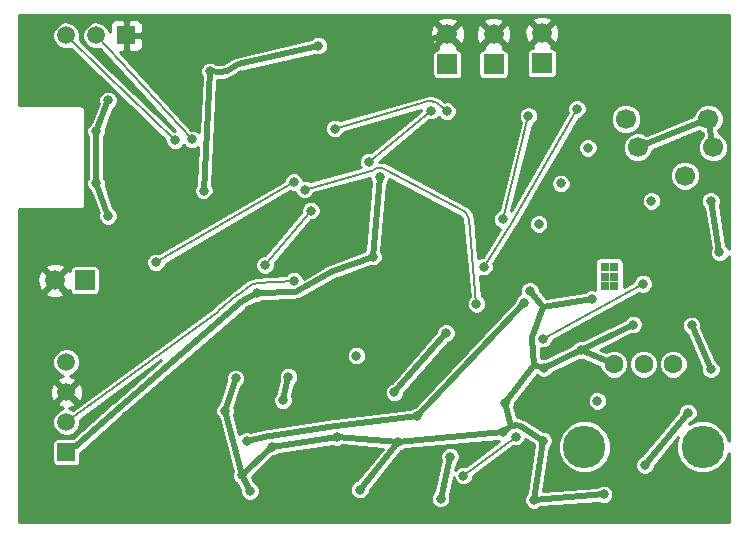
<source format=gbr>
G04 #@! TF.FileFunction,Copper,L2,Bot,Signal*
%FSLAX46Y46*%
G04 Gerber Fmt 4.6, Leading zero omitted, Abs format (unit mm)*
G04 Created by KiCad (PCBNEW 4.0.0-rc1-stable) date 26.11.2015 17:24:08*
%MOMM*%
G01*
G04 APERTURE LIST*
%ADD10C,0.100000*%
%ADD11R,0.800000X0.800000*%
%ADD12C,3.600000*%
%ADD13C,1.600000*%
%ADD14C,1.699260*%
%ADD15R,1.500000X1.500000*%
%ADD16C,1.500000*%
%ADD17R,1.676400X1.676400*%
%ADD18C,1.676400*%
%ADD19C,0.800000*%
%ADD20C,0.500000*%
%ADD21C,0.200000*%
%ADD22C,0.254000*%
G04 APERTURE END LIST*
D10*
D11*
X155900000Y-101150000D03*
X155100000Y-101150000D03*
X155900000Y-101950000D03*
X155100000Y-101950000D03*
X155900000Y-100350000D03*
X155100000Y-100350000D03*
D12*
X163400000Y-115550000D03*
X153400000Y-115550000D03*
D13*
X160900000Y-108550000D03*
X158400000Y-108550000D03*
X155900000Y-108550000D03*
D14*
X164299140Y-90200000D03*
X163900360Y-87799700D03*
X161898840Y-92600300D03*
X156900120Y-87799700D03*
X157900880Y-90200000D03*
D15*
X109537800Y-116006000D03*
D16*
X109537800Y-113466000D03*
X109537800Y-110926000D03*
X109537800Y-108386000D03*
D15*
X114615900Y-80721500D03*
D16*
X112075900Y-80721500D03*
X109535900Y-80721500D03*
D17*
X111101800Y-101469500D03*
D18*
X108561800Y-101469500D03*
D17*
X145700000Y-83170000D03*
D18*
X145700000Y-80630000D03*
D17*
X149800000Y-83070000D03*
D18*
X149800000Y-80530000D03*
D17*
X141800000Y-83170000D03*
D18*
X141800000Y-80630000D03*
D19*
X113068300Y-86223600D03*
X113060900Y-96000200D03*
X112060700Y-93250100D03*
X112060700Y-88849900D03*
X142788400Y-96333700D03*
X140697600Y-99272900D03*
X127736100Y-84186000D03*
X124309700Y-84100700D03*
X129278500Y-86175200D03*
X128631700Y-90518500D03*
X118698000Y-93614400D03*
X120444000Y-95971700D03*
X123630800Y-92119800D03*
X117921500Y-83007600D03*
X122642100Y-82877800D03*
X143012000Y-91299600D03*
X132416800Y-101567900D03*
X125022800Y-103970600D03*
X116491600Y-83934700D03*
X122979600Y-86565000D03*
X117076100Y-90305800D03*
X133266900Y-86798800D03*
X138293600Y-81830500D03*
X153549100Y-82648800D03*
X160387800Y-83642500D03*
X164187100Y-82298100D03*
X145190700Y-88727700D03*
X150743500Y-88377000D03*
X140339300Y-90831900D03*
X136306300Y-88610800D03*
X132799200Y-96969200D03*
X122395100Y-98664200D03*
X121869000Y-103457200D03*
X130110500Y-104509300D03*
X112224700Y-98956500D03*
X106204300Y-99190300D03*
X118056800Y-105566300D03*
X107590400Y-83527200D03*
X113451900Y-83450000D03*
X113654600Y-107988500D03*
X114590800Y-112962500D03*
X117185900Y-118050900D03*
X110113000Y-118966800D03*
X121680800Y-83758600D03*
X130869700Y-81583000D03*
X121181600Y-93855300D03*
X124378600Y-117953700D03*
X126950500Y-115544600D03*
X132452700Y-114724000D03*
X146485400Y-114342500D03*
X146673200Y-111828200D03*
X149933400Y-108893300D03*
X148768200Y-102348500D03*
X153997600Y-103050100D03*
X128331900Y-109609200D03*
X127861800Y-111621900D03*
X153687700Y-90238600D03*
X151404900Y-93260000D03*
X149524900Y-96684300D03*
X159059000Y-94737100D03*
X164094700Y-94737100D03*
X164833200Y-99101400D03*
X162483300Y-105278400D03*
X157514800Y-105211300D03*
X153083400Y-107359800D03*
X164094700Y-108971200D03*
X162147600Y-112664000D03*
X158521900Y-117095400D03*
X154493400Y-111656900D03*
X155030500Y-119579600D03*
X149122000Y-120049600D03*
X149904300Y-115023300D03*
X141216100Y-119940200D03*
X142034400Y-116374700D03*
X137299900Y-110938800D03*
X134085200Y-107840900D03*
X141683700Y-105912100D03*
X123856300Y-109769800D03*
X122979600Y-112517000D03*
X125083800Y-119297200D03*
X134377400Y-119180300D03*
X137640100Y-115128100D03*
X139206000Y-112986300D03*
X124797000Y-115072500D03*
X148317200Y-103351900D03*
X136055900Y-92727500D03*
X135477400Y-99447800D03*
X125643400Y-102519500D03*
X143149100Y-117987600D03*
X147587200Y-114689000D03*
X158358000Y-101747800D03*
X149905000Y-106391600D03*
X126342100Y-100159800D03*
X130236200Y-95547800D03*
X132260800Y-88605500D03*
X141758900Y-87141300D03*
X128771400Y-93153200D03*
X117112600Y-99931500D03*
X129702900Y-93769000D03*
X144257200Y-103453000D03*
X120162600Y-89523500D03*
X118751700Y-89619200D03*
X128788800Y-101474500D03*
X146481400Y-96275000D03*
X148658900Y-87530400D03*
X135133400Y-91405500D03*
X140392600Y-87085300D03*
X144885700Y-100306600D03*
X152766100Y-86942100D03*
D20*
X112060700Y-88849900D02*
X112060700Y-93250100D01*
X112060700Y-93250100D02*
X113060900Y-96000200D01*
X113068300Y-86223600D02*
X112060700Y-88849900D01*
X122395100Y-98664200D02*
X121869000Y-103457200D01*
X113654600Y-107988500D02*
X108561800Y-101469500D01*
X145190700Y-88727700D02*
X143012000Y-91299600D01*
X125022800Y-103970600D02*
X130110500Y-104509300D01*
X138293600Y-81830500D02*
X141800000Y-80630000D01*
X164187100Y-82298100D02*
X160387800Y-83642500D01*
X117076100Y-90305800D02*
X118698000Y-93614400D01*
X110003800Y-100146400D02*
X112224700Y-98956500D01*
X109913800Y-100205200D02*
X109887900Y-100229500D01*
X109972400Y-100163200D02*
X109913800Y-100205200D01*
X110003800Y-100146400D02*
X109972400Y-100163200D01*
X108561800Y-101469500D02*
X109887900Y-100229500D01*
X116491600Y-83934700D02*
X117921500Y-83007600D01*
X132416800Y-101567900D02*
X130110500Y-104509300D01*
X143163800Y-82169400D02*
X145190700Y-88727700D01*
X143082900Y-82001900D02*
X143040000Y-81956100D01*
X143145300Y-82109500D02*
X143082900Y-82001900D01*
X143163800Y-82169400D02*
X143145300Y-82109500D01*
X141800000Y-80630000D02*
X143040000Y-81956100D01*
X121751700Y-82811200D02*
X122642100Y-82877800D01*
X121660600Y-82808300D02*
X121630200Y-82809800D01*
X121721900Y-82809000D02*
X121660600Y-82808300D01*
X121751700Y-82811200D02*
X121721900Y-82809000D01*
X117921500Y-83007600D02*
X121630200Y-82809800D01*
X121948000Y-94416800D02*
X123630800Y-92119800D01*
X121928700Y-94443100D02*
X121948000Y-94416800D01*
X121884800Y-94495100D02*
X121928700Y-94443100D01*
X121861600Y-94518800D02*
X121884800Y-94495100D01*
X120444000Y-95971700D02*
X121861600Y-94518800D01*
X118698000Y-93614400D02*
X120444000Y-95971700D01*
X129278500Y-86175200D02*
X128631700Y-90518500D01*
X127736100Y-84186000D02*
X124309700Y-84100700D01*
X142788400Y-96333700D02*
X140697600Y-99272900D01*
X121181600Y-93855300D02*
X121680800Y-83758600D01*
X124092300Y-83175800D02*
X130869700Y-81583000D01*
X123888600Y-83246000D02*
X123827300Y-83282200D01*
X124022700Y-83192100D02*
X123888600Y-83246000D01*
X124092300Y-83175800D02*
X124022700Y-83192100D01*
X123124500Y-83696300D02*
X123827300Y-83282200D01*
X122999300Y-83770000D02*
X123124500Y-83696300D01*
X122716200Y-83836000D02*
X122999300Y-83770000D01*
X122571200Y-83825200D02*
X122716200Y-83836000D01*
X121680800Y-83758600D02*
X122571200Y-83825200D01*
X148768200Y-102348500D02*
X149895600Y-103724200D01*
X153083400Y-107359800D02*
X155900000Y-108550000D01*
X122979600Y-112517000D02*
X124378600Y-117953700D01*
X123856300Y-109769800D02*
X122979600Y-112517000D01*
X124378600Y-117953700D02*
X125083800Y-119297200D01*
X149933400Y-108893300D02*
X149118500Y-108651100D01*
X137640100Y-115128100D02*
X146485400Y-114342500D01*
X134377400Y-119180300D02*
X137640100Y-115128100D01*
X141683700Y-105912100D02*
X137299900Y-110938800D01*
X141216100Y-119940200D02*
X142034400Y-116374700D01*
X147428900Y-113752200D02*
X147140600Y-113800900D01*
X147601600Y-113723000D02*
X147428900Y-113752200D01*
X147945200Y-113791700D02*
X147601600Y-113723000D01*
X148092800Y-113884600D02*
X147945200Y-113791700D01*
X149904300Y-115023300D02*
X148092800Y-113884600D01*
X149122000Y-120049600D02*
X149904300Y-115023300D01*
X155030500Y-119579600D02*
X149122000Y-120049600D01*
X162147600Y-112664000D02*
X158521900Y-117095400D01*
X162483300Y-105278400D02*
X164094700Y-108971200D01*
X157514800Y-105211300D02*
X153083400Y-107359800D01*
X164094700Y-94737100D02*
X164833200Y-99101400D01*
X128331900Y-109609200D02*
X127861800Y-111621900D01*
X157900900Y-90200000D02*
X163900400Y-87799700D01*
X153997600Y-103050100D02*
X149895600Y-103724200D01*
X163900400Y-87799700D02*
X164299100Y-90200000D01*
X149016000Y-106056300D02*
X149895600Y-103724200D01*
X148949800Y-106358800D02*
X148957500Y-106461300D01*
X148979500Y-106152900D02*
X148949800Y-106358800D01*
X149016000Y-106056300D02*
X148979500Y-106152900D01*
X149118500Y-108651100D02*
X148957500Y-106461300D01*
X149933400Y-108893300D02*
X153083400Y-107359800D01*
X149118500Y-108651100D02*
X146673200Y-111828200D01*
X146673200Y-111828200D02*
X147140600Y-113800900D01*
X132452700Y-114724000D02*
X137640100Y-115128100D01*
X126950500Y-115544600D02*
X132452700Y-114724000D01*
X124378600Y-117953700D02*
X126950500Y-115544600D01*
X146485400Y-114342500D02*
X147140600Y-113800900D01*
X139206000Y-112986300D02*
X148317200Y-103351900D01*
X126734100Y-114619500D02*
X124797000Y-115072500D01*
X126753300Y-114615000D02*
X126734100Y-114619500D01*
X126790700Y-114607800D02*
X126753300Y-114615000D01*
X126810400Y-114604900D02*
X126790700Y-114607800D01*
X132312600Y-113784300D02*
X126810400Y-114604900D01*
X132343500Y-113780200D02*
X132312600Y-113784300D01*
X139206000Y-112986300D02*
X132343500Y-113780200D01*
X110037800Y-115506000D02*
X109537800Y-116006000D01*
X110287800Y-115506000D02*
X110037800Y-115506000D01*
X110421400Y-115472400D02*
X110456100Y-115440900D01*
X110334600Y-115506000D02*
X110421400Y-115472400D01*
X110287800Y-115506000D02*
X110334600Y-115506000D01*
X113951300Y-112259800D02*
X110456100Y-115440900D01*
X113970500Y-112242800D02*
X113951300Y-112259800D01*
X124402500Y-103250900D02*
X113970500Y-112242800D01*
X124436800Y-103221400D02*
X124402500Y-103250900D01*
X124511300Y-103168700D02*
X124436800Y-103221400D01*
X124550200Y-103146400D02*
X124511300Y-103168700D01*
X125643400Y-102519500D02*
X124550200Y-103146400D01*
X128817300Y-102424200D02*
X125643400Y-102519500D01*
X129163200Y-102355700D02*
X129265300Y-102296500D01*
X128935600Y-102420600D02*
X129163200Y-102355700D01*
X128817300Y-102424200D02*
X128935600Y-102420600D01*
X131940300Y-100745900D02*
X129265300Y-102296500D01*
X131977300Y-100724500D02*
X131940300Y-100745900D01*
X132054000Y-100688800D02*
X131977300Y-100724500D01*
X132093000Y-100674700D02*
X132054000Y-100688800D01*
X135477400Y-99447800D02*
X132093000Y-100674700D01*
X136055900Y-92727500D02*
X135477400Y-99447800D01*
D21*
X143149100Y-117987600D02*
X147587200Y-114689000D01*
X158358000Y-101747800D02*
X149905000Y-106391600D01*
X126342100Y-100159800D02*
X130236200Y-95547800D01*
X140886900Y-86456200D02*
X141758900Y-87141300D01*
X140356100Y-86263100D02*
X140170200Y-86316700D01*
X140734700Y-86336700D02*
X140356100Y-86263100D01*
X140886900Y-86456200D02*
X140734700Y-86336700D01*
X132260800Y-88605500D02*
X140170200Y-86316700D01*
X128771400Y-93153200D02*
X117112600Y-99931500D01*
X143585000Y-96259300D02*
X144257200Y-103453000D01*
X143343300Y-95723200D02*
X143166200Y-95628400D01*
X143566400Y-96059200D02*
X143343300Y-95723200D01*
X143585000Y-96259300D02*
X143566400Y-96059200D01*
X136433700Y-92022200D02*
X143166200Y-95628400D01*
X135857400Y-91927000D02*
X135680800Y-92020800D01*
X136257900Y-91927900D02*
X135857400Y-91927000D01*
X136433700Y-92022200D02*
X136257900Y-91927900D01*
X135508500Y-92112200D02*
X135680800Y-92020800D01*
X135470200Y-92132500D02*
X135508500Y-92112200D01*
X135391100Y-92164100D02*
X135470200Y-92132500D01*
X135350700Y-92175500D02*
X135391100Y-92164100D01*
X129702900Y-93769000D02*
X135350700Y-92175500D01*
X120162600Y-89523500D02*
X112075900Y-80721500D01*
X112890900Y-84020500D02*
X109535900Y-80721500D01*
X112890900Y-84020500D02*
X112899200Y-84028500D01*
X118751700Y-89619200D02*
X112899200Y-84028500D01*
X122341300Y-104103000D02*
X109537800Y-113466000D01*
X122341300Y-104103000D02*
X122377400Y-104075000D01*
X124006100Y-102734900D02*
X122377400Y-104075000D01*
X124073600Y-102682300D02*
X124006100Y-102734900D01*
X125168800Y-101875400D02*
X124073600Y-102682300D01*
X125259000Y-101808900D02*
X125168800Y-101875400D01*
X125469800Y-101730500D02*
X125259000Y-101808900D01*
X125581900Y-101721800D02*
X125469800Y-101730500D01*
X128788800Y-101474500D02*
X125581900Y-101721800D01*
X146481400Y-96275000D02*
X148658900Y-87530400D01*
X135133400Y-91405500D02*
X140392600Y-87085300D01*
X147175200Y-96673600D02*
X152766100Y-86942100D01*
X147158200Y-96701700D02*
X147175200Y-96673600D01*
X144885700Y-100306600D02*
X147158200Y-96701700D01*
D22*
G36*
X165598000Y-98786740D02*
X165534705Y-98633554D01*
X165421462Y-98520113D01*
X164841788Y-95094425D01*
X164921556Y-94902322D01*
X164921843Y-94573321D01*
X164796205Y-94269254D01*
X164563770Y-94036412D01*
X164259922Y-93910244D01*
X163930921Y-93909957D01*
X163626854Y-94035595D01*
X163394012Y-94268030D01*
X163267844Y-94571878D01*
X163267557Y-94900879D01*
X163393195Y-95204946D01*
X163506438Y-95318387D01*
X164086112Y-98744075D01*
X164006344Y-98936178D01*
X164006057Y-99265179D01*
X164131695Y-99569246D01*
X164364130Y-99802088D01*
X164667978Y-99928256D01*
X164996979Y-99928543D01*
X165301046Y-99802905D01*
X165533888Y-99570470D01*
X165598000Y-99416070D01*
X165598000Y-115037846D01*
X165289060Y-114290154D01*
X164663142Y-113663142D01*
X163844921Y-113323387D01*
X162958966Y-113322614D01*
X162240605Y-113619434D01*
X162363034Y-113469800D01*
X162615446Y-113365505D01*
X162848288Y-113133070D01*
X162974456Y-112829222D01*
X162974743Y-112500221D01*
X162849105Y-112196154D01*
X162616670Y-111963312D01*
X162312822Y-111837144D01*
X161983821Y-111836857D01*
X161679754Y-111962495D01*
X161446912Y-112194930D01*
X161320744Y-112498778D01*
X161320651Y-112605606D01*
X158306465Y-116289601D01*
X158054054Y-116393895D01*
X157821212Y-116626330D01*
X157695044Y-116930178D01*
X157694757Y-117259179D01*
X157820395Y-117563246D01*
X158052830Y-117796088D01*
X158356678Y-117922256D01*
X158685679Y-117922543D01*
X158989746Y-117796905D01*
X159222588Y-117564470D01*
X159348756Y-117260622D01*
X159348849Y-117153795D01*
X161326222Y-114737011D01*
X161173387Y-115105079D01*
X161172614Y-115991034D01*
X161510940Y-116809846D01*
X162136858Y-117436858D01*
X162955079Y-117776613D01*
X163841034Y-117777386D01*
X164659846Y-117439060D01*
X165286858Y-116813142D01*
X165598000Y-116063829D01*
X165598000Y-121898000D01*
X105552000Y-121898000D01*
X105552000Y-115256000D01*
X108352435Y-115256000D01*
X108352435Y-116756000D01*
X108382209Y-116914237D01*
X108475727Y-117059567D01*
X108618419Y-117157064D01*
X108787800Y-117191365D01*
X110287800Y-117191365D01*
X110446037Y-117161591D01*
X110591367Y-117068073D01*
X110688864Y-116925381D01*
X110723165Y-116756000D01*
X110723165Y-116067323D01*
X110770300Y-116037398D01*
X110876440Y-115973666D01*
X110911140Y-115942166D01*
X110911405Y-115941808D01*
X110911785Y-115941579D01*
X114403581Y-112763578D01*
X114415901Y-112752669D01*
X114499304Y-112680779D01*
X122152457Y-112680779D01*
X122278095Y-112984846D01*
X122443595Y-113150636D01*
X123604399Y-117661671D01*
X123551744Y-117788478D01*
X123551457Y-118117479D01*
X123677095Y-118421546D01*
X123909530Y-118654388D01*
X124001933Y-118692757D01*
X124256903Y-119178509D01*
X124256657Y-119460979D01*
X124382295Y-119765046D01*
X124614730Y-119997888D01*
X124918578Y-120124056D01*
X125247579Y-120124343D01*
X125551646Y-119998705D01*
X125784488Y-119766270D01*
X125910656Y-119462422D01*
X125910943Y-119133421D01*
X125785305Y-118829354D01*
X125552870Y-118596512D01*
X125460467Y-118558143D01*
X125217591Y-118095432D01*
X127057814Y-116371694D01*
X127114279Y-116371743D01*
X127418346Y-116246105D01*
X127520561Y-116144068D01*
X132078881Y-115464239D01*
X132287478Y-115550856D01*
X132616479Y-115551143D01*
X132892056Y-115437277D01*
X136307747Y-115703360D01*
X134154571Y-118377556D01*
X133909554Y-118478795D01*
X133676712Y-118711230D01*
X133550544Y-119015078D01*
X133550257Y-119344079D01*
X133675895Y-119648146D01*
X133908330Y-119880988D01*
X134212178Y-120007156D01*
X134541179Y-120007443D01*
X134845246Y-119881805D01*
X135078088Y-119649370D01*
X135204256Y-119345522D01*
X135204354Y-119232734D01*
X137862929Y-115930844D01*
X138107946Y-115829605D01*
X138177650Y-115760023D01*
X146057274Y-115060190D01*
X146151623Y-115099366D01*
X143355268Y-117177746D01*
X143314322Y-117160744D01*
X142985321Y-117160457D01*
X142681254Y-117286095D01*
X142471858Y-117495125D01*
X142587544Y-116991056D01*
X142735088Y-116843770D01*
X142861256Y-116539922D01*
X142861543Y-116210921D01*
X142735905Y-115906854D01*
X142503470Y-115674012D01*
X142199622Y-115547844D01*
X141870621Y-115547557D01*
X141566554Y-115673195D01*
X141333712Y-115905630D01*
X141207544Y-116209478D01*
X141207257Y-116538479D01*
X141268303Y-116686222D01*
X140662956Y-119323844D01*
X140515412Y-119471130D01*
X140389244Y-119774978D01*
X140388957Y-120103979D01*
X140514595Y-120408046D01*
X140747030Y-120640888D01*
X141050878Y-120767056D01*
X141379879Y-120767343D01*
X141683946Y-120641705D01*
X141916788Y-120409270D01*
X142042956Y-120105422D01*
X142043243Y-119776421D01*
X141982197Y-119628678D01*
X142321960Y-118148261D01*
X142321957Y-118151379D01*
X142447595Y-118455446D01*
X142680030Y-118688288D01*
X142983878Y-118814456D01*
X143312879Y-118814743D01*
X143616946Y-118689105D01*
X143849788Y-118456670D01*
X143975956Y-118152822D01*
X143976064Y-118029583D01*
X147381032Y-115498854D01*
X147421978Y-115515856D01*
X147750979Y-115516143D01*
X148055046Y-115390505D01*
X148287888Y-115158070D01*
X148403532Y-114879568D01*
X149141863Y-115343679D01*
X149161782Y-115391887D01*
X148526144Y-119475882D01*
X148421312Y-119580530D01*
X148295144Y-119884378D01*
X148294857Y-120213379D01*
X148420495Y-120517446D01*
X148652930Y-120750288D01*
X148956778Y-120876456D01*
X149285779Y-120876743D01*
X149589846Y-120751105D01*
X149654700Y-120686364D01*
X154593289Y-120293517D01*
X154865278Y-120406456D01*
X155194279Y-120406743D01*
X155498346Y-120281105D01*
X155731188Y-120048670D01*
X155857356Y-119744822D01*
X155857643Y-119415821D01*
X155732005Y-119111754D01*
X155499570Y-118878912D01*
X155195722Y-118752744D01*
X154866721Y-118752457D01*
X154562654Y-118878095D01*
X154497800Y-118942836D01*
X149922767Y-119306764D01*
X150438830Y-115991034D01*
X151172614Y-115991034D01*
X151510940Y-116809846D01*
X152136858Y-117436858D01*
X152955079Y-117776613D01*
X153841034Y-117777386D01*
X154659846Y-117439060D01*
X155286858Y-116813142D01*
X155626613Y-115994921D01*
X155627386Y-115108966D01*
X155289060Y-114290154D01*
X154663142Y-113663142D01*
X153844921Y-113323387D01*
X152958966Y-113322614D01*
X152140154Y-113660940D01*
X151513142Y-114286858D01*
X151173387Y-115105079D01*
X151172614Y-115991034D01*
X150438830Y-115991034D01*
X150500156Y-115597018D01*
X150604988Y-115492370D01*
X150731156Y-115188522D01*
X150731443Y-114859521D01*
X150605805Y-114555454D01*
X150373370Y-114322612D01*
X150069522Y-114196444D01*
X149860719Y-114196262D01*
X148453090Y-113311433D01*
X148305822Y-113218742D01*
X148191236Y-113174902D01*
X148077934Y-113127840D01*
X147734333Y-113059139D01*
X147660578Y-113059066D01*
X147441502Y-112134438D01*
X147500056Y-111993422D01*
X147500169Y-111863715D01*
X147533292Y-111820679D01*
X153666257Y-111820679D01*
X153791895Y-112124746D01*
X154024330Y-112357588D01*
X154328178Y-112483756D01*
X154657179Y-112484043D01*
X154961246Y-112358405D01*
X155194088Y-112125970D01*
X155320256Y-111822122D01*
X155320543Y-111493121D01*
X155194905Y-111189054D01*
X154962470Y-110956212D01*
X154658622Y-110830044D01*
X154329621Y-110829757D01*
X154025554Y-110955395D01*
X153792712Y-111187830D01*
X153666544Y-111491678D01*
X153666257Y-111820679D01*
X147533292Y-111820679D01*
X149341669Y-109471113D01*
X149464330Y-109593988D01*
X149768178Y-109720156D01*
X150097179Y-109720443D01*
X150401246Y-109594805D01*
X150634088Y-109362370D01*
X150663868Y-109290652D01*
X152931589Y-108186668D01*
X153247179Y-108186943D01*
X153274667Y-108175585D01*
X154672811Y-108766393D01*
X154672788Y-108792995D01*
X154859194Y-109244131D01*
X155204053Y-109589593D01*
X155654864Y-109776786D01*
X156142995Y-109777212D01*
X156594131Y-109590806D01*
X156939593Y-109245947D01*
X157126786Y-108795136D01*
X157126787Y-108792995D01*
X157172788Y-108792995D01*
X157359194Y-109244131D01*
X157704053Y-109589593D01*
X158154864Y-109776786D01*
X158642995Y-109777212D01*
X159094131Y-109590806D01*
X159439593Y-109245947D01*
X159626786Y-108795136D01*
X159626787Y-108792995D01*
X159672788Y-108792995D01*
X159859194Y-109244131D01*
X160204053Y-109589593D01*
X160654864Y-109776786D01*
X161142995Y-109777212D01*
X161594131Y-109590806D01*
X161939593Y-109245947D01*
X162126786Y-108795136D01*
X162127212Y-108307005D01*
X161940806Y-107855869D01*
X161595947Y-107510407D01*
X161145136Y-107323214D01*
X160657005Y-107322788D01*
X160205869Y-107509194D01*
X159860407Y-107854053D01*
X159673214Y-108304864D01*
X159672788Y-108792995D01*
X159626787Y-108792995D01*
X159627212Y-108307005D01*
X159440806Y-107855869D01*
X159095947Y-107510407D01*
X158645136Y-107323214D01*
X158157005Y-107322788D01*
X157705869Y-107509194D01*
X157360407Y-107854053D01*
X157173214Y-108304864D01*
X157172788Y-108792995D01*
X157126787Y-108792995D01*
X157127212Y-108307005D01*
X156940806Y-107855869D01*
X156595947Y-107510407D01*
X156145136Y-107323214D01*
X155657005Y-107322788D01*
X155205869Y-107509194D01*
X155197052Y-107517996D01*
X154722515Y-107317473D01*
X157361155Y-106038166D01*
X157678579Y-106038443D01*
X157982646Y-105912805D01*
X158215488Y-105680370D01*
X158314392Y-105442179D01*
X161656157Y-105442179D01*
X161781795Y-105746246D01*
X162014230Y-105979088D01*
X162058412Y-105997434D01*
X163275700Y-108787058D01*
X163267844Y-108805978D01*
X163267557Y-109134979D01*
X163393195Y-109439046D01*
X163625630Y-109671888D01*
X163929478Y-109798056D01*
X164258479Y-109798343D01*
X164562546Y-109672705D01*
X164795388Y-109440270D01*
X164921556Y-109136422D01*
X164921843Y-108807421D01*
X164796205Y-108503354D01*
X164563770Y-108270512D01*
X164519588Y-108252166D01*
X163302300Y-105462542D01*
X163310156Y-105443622D01*
X163310443Y-105114621D01*
X163184805Y-104810554D01*
X162952370Y-104577712D01*
X162648522Y-104451544D01*
X162319521Y-104451257D01*
X162015454Y-104576895D01*
X161782612Y-104809330D01*
X161656444Y-105113178D01*
X161656157Y-105442179D01*
X158314392Y-105442179D01*
X158341656Y-105376522D01*
X158341943Y-105047521D01*
X158216305Y-104743454D01*
X157983870Y-104510612D01*
X157680022Y-104384444D01*
X157351021Y-104384157D01*
X157046954Y-104509795D01*
X156814112Y-104742230D01*
X156784782Y-104812865D01*
X153237045Y-106532934D01*
X152919621Y-106532657D01*
X152615554Y-106658295D01*
X152382712Y-106890730D01*
X152352932Y-106962448D01*
X150085211Y-108066432D01*
X149769621Y-108066157D01*
X149754772Y-108072292D01*
X149690491Y-107197990D01*
X149739778Y-107218456D01*
X150068779Y-107218743D01*
X150372846Y-107093105D01*
X150605688Y-106860670D01*
X150731856Y-106556822D01*
X150731872Y-106538633D01*
X158053032Y-102516629D01*
X158192778Y-102574656D01*
X158521779Y-102574943D01*
X158825846Y-102449305D01*
X159058688Y-102216870D01*
X159184856Y-101913022D01*
X159185143Y-101584021D01*
X159059505Y-101279954D01*
X158827070Y-101047112D01*
X158523222Y-100920944D01*
X158194221Y-100920657D01*
X157890154Y-101046295D01*
X157657312Y-101278730D01*
X157531144Y-101582578D01*
X157531128Y-101600767D01*
X156735365Y-102037933D01*
X156735365Y-99950000D01*
X156705591Y-99791763D01*
X156612073Y-99646433D01*
X156469381Y-99548936D01*
X156300000Y-99514635D01*
X154700000Y-99514635D01*
X154541763Y-99544409D01*
X154396433Y-99637927D01*
X154298936Y-99780619D01*
X154264635Y-99950000D01*
X154264635Y-102265520D01*
X154162822Y-102223244D01*
X153833821Y-102222957D01*
X153529754Y-102348595D01*
X153419063Y-102459093D01*
X150171489Y-102992781D01*
X149595251Y-102289632D01*
X149595343Y-102184721D01*
X149469705Y-101880654D01*
X149237270Y-101647812D01*
X148933422Y-101521644D01*
X148604421Y-101521357D01*
X148300354Y-101646995D01*
X148067512Y-101879430D01*
X147941344Y-102183278D01*
X147941057Y-102512279D01*
X147976430Y-102597888D01*
X147849354Y-102650395D01*
X147616512Y-102882830D01*
X147490344Y-103186678D01*
X147490297Y-103240992D01*
X139056424Y-112159169D01*
X139042221Y-112159157D01*
X138738154Y-112284795D01*
X138654179Y-112368623D01*
X132265699Y-113107685D01*
X132260207Y-113109453D01*
X132254452Y-113109082D01*
X132223552Y-113113182D01*
X132218289Y-113114974D01*
X132212737Y-113114706D01*
X126711458Y-113935169D01*
X126692103Y-113938018D01*
X126677849Y-113943100D01*
X126662719Y-113943007D01*
X126625318Y-113950207D01*
X126612569Y-113955396D01*
X126598814Y-113955862D01*
X126579614Y-113960362D01*
X126579613Y-113960362D01*
X125105427Y-114305108D01*
X124962222Y-114245644D01*
X124633221Y-114245357D01*
X124329154Y-114370995D01*
X124191178Y-114508730D01*
X123753801Y-112809029D01*
X123806456Y-112682222D01*
X123806743Y-112353221D01*
X123770498Y-112265500D01*
X123923620Y-111785679D01*
X127034657Y-111785679D01*
X127160295Y-112089746D01*
X127392730Y-112322588D01*
X127696578Y-112448756D01*
X128025579Y-112449043D01*
X128329646Y-112323405D01*
X128562488Y-112090970D01*
X128688656Y-111787122D01*
X128688943Y-111458121D01*
X128629101Y-111313293D01*
X128678316Y-111102579D01*
X136472757Y-111102579D01*
X136598395Y-111406646D01*
X136830830Y-111639488D01*
X137134678Y-111765656D01*
X137463679Y-111765943D01*
X137767746Y-111640305D01*
X138000588Y-111407870D01*
X138126756Y-111104022D01*
X138126829Y-111020622D01*
X141868041Y-106730747D01*
X142151546Y-106613605D01*
X142384388Y-106381170D01*
X142510556Y-106077322D01*
X142510843Y-105748321D01*
X142385205Y-105444254D01*
X142152770Y-105211412D01*
X141848922Y-105085244D01*
X141519921Y-105084957D01*
X141215854Y-105210595D01*
X140983012Y-105443030D01*
X140856844Y-105746878D01*
X140856771Y-105830278D01*
X137115559Y-110120153D01*
X136832054Y-110237295D01*
X136599212Y-110469730D01*
X136473044Y-110773578D01*
X136472757Y-111102579D01*
X128678316Y-111102579D01*
X128882588Y-110228008D01*
X129032588Y-110078270D01*
X129158756Y-109774422D01*
X129159043Y-109445421D01*
X129033405Y-109141354D01*
X128800970Y-108908512D01*
X128497122Y-108782344D01*
X128168121Y-108782057D01*
X127864054Y-108907695D01*
X127631212Y-109140130D01*
X127505044Y-109443978D01*
X127504757Y-109772979D01*
X127564599Y-109917807D01*
X127311112Y-111003092D01*
X127161112Y-111152830D01*
X127034944Y-111456678D01*
X127034657Y-111785679D01*
X123923620Y-111785679D01*
X124351917Y-110443582D01*
X124556988Y-110238870D01*
X124683156Y-109935022D01*
X124683443Y-109606021D01*
X124557805Y-109301954D01*
X124325370Y-109069112D01*
X124021522Y-108942944D01*
X123692521Y-108942657D01*
X123388454Y-109068295D01*
X123155612Y-109300730D01*
X123029444Y-109604578D01*
X123029157Y-109933579D01*
X123065403Y-110021300D01*
X122483983Y-111843217D01*
X122278912Y-112047930D01*
X122152744Y-112351778D01*
X122152457Y-112680779D01*
X114499304Y-112680779D01*
X119924306Y-108004679D01*
X133258057Y-108004679D01*
X133383695Y-108308746D01*
X133616130Y-108541588D01*
X133919978Y-108667756D01*
X134248979Y-108668043D01*
X134553046Y-108542405D01*
X134785888Y-108309970D01*
X134912056Y-108006122D01*
X134912343Y-107677121D01*
X134786705Y-107373054D01*
X134554270Y-107140212D01*
X134250422Y-107014044D01*
X133921421Y-107013757D01*
X133617354Y-107139395D01*
X133384512Y-107371830D01*
X133258344Y-107675678D01*
X133258057Y-108004679D01*
X119924306Y-108004679D01*
X124843948Y-103764177D01*
X124853945Y-103755579D01*
X124875960Y-103740006D01*
X124886899Y-103733735D01*
X124886937Y-103733702D01*
X124886982Y-103733687D01*
X125562290Y-103346429D01*
X125807179Y-103346643D01*
X126111246Y-103221005D01*
X126150749Y-103181571D01*
X128837618Y-103100895D01*
X128837753Y-103100864D01*
X128837892Y-103100887D01*
X128956193Y-103097287D01*
X129037786Y-103078460D01*
X129121246Y-103071649D01*
X129348846Y-103006749D01*
X129423441Y-102968469D01*
X129502786Y-102941371D01*
X129604814Y-102882213D01*
X129604816Y-102882212D01*
X132279252Y-101331938D01*
X132290231Y-101325588D01*
X132312439Y-101315251D01*
X132323180Y-101311368D01*
X132323435Y-101311214D01*
X132323730Y-101311169D01*
X135251943Y-100249644D01*
X135312178Y-100274656D01*
X135641179Y-100274943D01*
X135945246Y-100149305D01*
X136178088Y-99916870D01*
X136304256Y-99613022D01*
X136304543Y-99284021D01*
X136194027Y-99016552D01*
X136689237Y-93263803D01*
X136756588Y-93196570D01*
X136882756Y-92892722D01*
X136882784Y-92860587D01*
X142917366Y-96092954D01*
X142917435Y-96092975D01*
X142917492Y-96093022D01*
X142977643Y-96125220D01*
X143053947Y-96240137D01*
X143060262Y-96308077D01*
X143060299Y-96308202D01*
X143060286Y-96308331D01*
X143673190Y-102867456D01*
X143556512Y-102983930D01*
X143430344Y-103287778D01*
X143430057Y-103616779D01*
X143555695Y-103920846D01*
X143788130Y-104153688D01*
X144091978Y-104279856D01*
X144420979Y-104280143D01*
X144725046Y-104154505D01*
X144957888Y-103922070D01*
X145084056Y-103618222D01*
X145084343Y-103289221D01*
X144958705Y-102985154D01*
X144726270Y-102752312D01*
X144720809Y-102750045D01*
X144563666Y-101068342D01*
X144720478Y-101133456D01*
X145049479Y-101133743D01*
X145353546Y-101008105D01*
X145586388Y-100775670D01*
X145712556Y-100471822D01*
X145712843Y-100142821D01*
X145672884Y-100046112D01*
X147604012Y-96982736D01*
X147605778Y-96978129D01*
X147609105Y-96974489D01*
X147626105Y-96946389D01*
X147628170Y-96940691D01*
X147632155Y-96936128D01*
X147682740Y-96848079D01*
X148697757Y-96848079D01*
X148823395Y-97152146D01*
X149055830Y-97384988D01*
X149359678Y-97511156D01*
X149688679Y-97511443D01*
X149992746Y-97385805D01*
X150225588Y-97153370D01*
X150351756Y-96849522D01*
X150352043Y-96520521D01*
X150226405Y-96216454D01*
X149993970Y-95983612D01*
X149690122Y-95857444D01*
X149361121Y-95857157D01*
X149057054Y-95982795D01*
X148824212Y-96215230D01*
X148698044Y-96519078D01*
X148697757Y-96848079D01*
X147682740Y-96848079D01*
X148801436Y-94900879D01*
X158231857Y-94900879D01*
X158357495Y-95204946D01*
X158589930Y-95437788D01*
X158893778Y-95563956D01*
X159222779Y-95564243D01*
X159526846Y-95438605D01*
X159759688Y-95206170D01*
X159885856Y-94902322D01*
X159886143Y-94573321D01*
X159760505Y-94269254D01*
X159528070Y-94036412D01*
X159224222Y-93910244D01*
X158895221Y-93909957D01*
X158591154Y-94035595D01*
X158358312Y-94268030D01*
X158232144Y-94571878D01*
X158231857Y-94900879D01*
X148801436Y-94900879D01*
X149650054Y-93423779D01*
X150577757Y-93423779D01*
X150703395Y-93727846D01*
X150935830Y-93960688D01*
X151239678Y-94086856D01*
X151568679Y-94087143D01*
X151872746Y-93961505D01*
X152105588Y-93729070D01*
X152231756Y-93425222D01*
X152232043Y-93096221D01*
X152131597Y-92853123D01*
X160621989Y-92853123D01*
X160815934Y-93322508D01*
X161174743Y-93681943D01*
X161643788Y-93876708D01*
X162151663Y-93877151D01*
X162621048Y-93683206D01*
X162980483Y-93324397D01*
X163175248Y-92855352D01*
X163175691Y-92347477D01*
X162981746Y-91878092D01*
X162622937Y-91518657D01*
X162153892Y-91323892D01*
X161646017Y-91323449D01*
X161176632Y-91517394D01*
X160817197Y-91876203D01*
X160622432Y-92345248D01*
X160621989Y-92853123D01*
X152131597Y-92853123D01*
X152106405Y-92792154D01*
X151873970Y-92559312D01*
X151570122Y-92433144D01*
X151241121Y-92432857D01*
X150937054Y-92558495D01*
X150704212Y-92790930D01*
X150578044Y-93094778D01*
X150577757Y-93423779D01*
X149650054Y-93423779D01*
X151385896Y-90402379D01*
X152860557Y-90402379D01*
X152986195Y-90706446D01*
X153218630Y-90939288D01*
X153522478Y-91065456D01*
X153851479Y-91065743D01*
X154155546Y-90940105D01*
X154388388Y-90707670D01*
X154494209Y-90452823D01*
X156624029Y-90452823D01*
X156817974Y-90922208D01*
X157176783Y-91281643D01*
X157645828Y-91476408D01*
X158153703Y-91476851D01*
X158623088Y-91282906D01*
X158982523Y-90924097D01*
X159177288Y-90455052D01*
X159177320Y-90418498D01*
X163131496Y-88836498D01*
X163176263Y-88881343D01*
X163409905Y-88978360D01*
X163453428Y-89240383D01*
X163217497Y-89475903D01*
X163022732Y-89944948D01*
X163022289Y-90452823D01*
X163216234Y-90922208D01*
X163575043Y-91281643D01*
X164044088Y-91476408D01*
X164551963Y-91476851D01*
X165021348Y-91282906D01*
X165380783Y-90924097D01*
X165575548Y-90455052D01*
X165575991Y-89947177D01*
X165382046Y-89477792D01*
X165023237Y-89118357D01*
X164789596Y-89021340D01*
X164746072Y-88759317D01*
X164982003Y-88523797D01*
X165176768Y-88054752D01*
X165177211Y-87546877D01*
X164983266Y-87077492D01*
X164624457Y-86718057D01*
X164155412Y-86523292D01*
X163647537Y-86522849D01*
X163178152Y-86716794D01*
X162818717Y-87075603D01*
X162623952Y-87544648D01*
X162623920Y-87581226D01*
X158669761Y-89163219D01*
X158624977Y-89118357D01*
X158155932Y-88923592D01*
X157648057Y-88923149D01*
X157178672Y-89117094D01*
X156819237Y-89475903D01*
X156624472Y-89944948D01*
X156624029Y-90452823D01*
X154494209Y-90452823D01*
X154514556Y-90403822D01*
X154514843Y-90074821D01*
X154389205Y-89770754D01*
X154156770Y-89537912D01*
X153852922Y-89411744D01*
X153523921Y-89411457D01*
X153219854Y-89537095D01*
X152987012Y-89769530D01*
X152860844Y-90073378D01*
X152860557Y-90402379D01*
X151385896Y-90402379D01*
X152735925Y-88052523D01*
X155623269Y-88052523D01*
X155817214Y-88521908D01*
X156176023Y-88881343D01*
X156645068Y-89076108D01*
X157152943Y-89076551D01*
X157622328Y-88882606D01*
X157981763Y-88523797D01*
X158176528Y-88054752D01*
X158176971Y-87546877D01*
X157983026Y-87077492D01*
X157624217Y-86718057D01*
X157155172Y-86523292D01*
X156647297Y-86522849D01*
X156177912Y-86716794D01*
X155818477Y-87075603D01*
X155623712Y-87544648D01*
X155623269Y-88052523D01*
X152735925Y-88052523D01*
X152898690Y-87769216D01*
X152929879Y-87769243D01*
X153233946Y-87643605D01*
X153466788Y-87411170D01*
X153592956Y-87107322D01*
X153593243Y-86778321D01*
X153467605Y-86474254D01*
X153235170Y-86241412D01*
X152931322Y-86115244D01*
X152602321Y-86114957D01*
X152298254Y-86240595D01*
X152065412Y-86473030D01*
X151939244Y-86776878D01*
X151938957Y-87105879D01*
X151991361Y-87232706D01*
X147198968Y-95574327D01*
X149015907Y-88277703D01*
X149126746Y-88231905D01*
X149359588Y-87999470D01*
X149485756Y-87695622D01*
X149486043Y-87366621D01*
X149360405Y-87062554D01*
X149127970Y-86829712D01*
X148824122Y-86703544D01*
X148495121Y-86703257D01*
X148191054Y-86828895D01*
X147958212Y-87061330D01*
X147832044Y-87365178D01*
X147831757Y-87694179D01*
X147957395Y-87998246D01*
X147990940Y-88031850D01*
X146124393Y-95527697D01*
X146013554Y-95573495D01*
X145780712Y-95805930D01*
X145654544Y-96109778D01*
X145654257Y-96438779D01*
X145779895Y-96742846D01*
X146012330Y-96975688D01*
X146289860Y-97090928D01*
X144784116Y-99479511D01*
X144721921Y-99479457D01*
X144426599Y-99601482D01*
X144109714Y-96210269D01*
X144091138Y-96010424D01*
X144083492Y-95984712D01*
X144083570Y-95957888D01*
X144054406Y-95886898D01*
X144032529Y-95813328D01*
X144015625Y-95792499D01*
X144005432Y-95767687D01*
X143782333Y-95431688D01*
X143763474Y-95412719D01*
X143750879Y-95389121D01*
X143691523Y-95340348D01*
X143637357Y-95285867D01*
X143612674Y-95275559D01*
X143592008Y-95258578D01*
X143414908Y-95163778D01*
X143414906Y-95163777D01*
X136682534Y-91557646D01*
X136507010Y-91463494D01*
X136482204Y-91455929D01*
X136460668Y-91441469D01*
X136384566Y-91426154D01*
X136310327Y-91403514D01*
X136284512Y-91406018D01*
X136259084Y-91400901D01*
X135970034Y-91400251D01*
X140220000Y-87909093D01*
X140227378Y-87912156D01*
X140556379Y-87912443D01*
X140860446Y-87786805D01*
X141051853Y-87595733D01*
X141057395Y-87609146D01*
X141289830Y-87841988D01*
X141593678Y-87968156D01*
X141922679Y-87968443D01*
X142226746Y-87842805D01*
X142459588Y-87610370D01*
X142585756Y-87306522D01*
X142586043Y-86977521D01*
X142460405Y-86673454D01*
X142227970Y-86440612D01*
X141924122Y-86314444D01*
X141595121Y-86314157D01*
X141571539Y-86323901D01*
X141212479Y-86041800D01*
X141212402Y-86041761D01*
X141212347Y-86041697D01*
X141060148Y-85922197D01*
X141040905Y-85912440D01*
X141025580Y-85897247D01*
X140949787Y-85866238D01*
X140876751Y-85829205D01*
X140855235Y-85827554D01*
X140835267Y-85819385D01*
X140456666Y-85745784D01*
X140435325Y-85745877D01*
X140414993Y-85739401D01*
X140333171Y-85746320D01*
X140251043Y-85746677D01*
X140231361Y-85754930D01*
X140210099Y-85756728D01*
X140024199Y-85810328D01*
X140023967Y-85810448D01*
X140023708Y-85810470D01*
X132742517Y-87917481D01*
X132729870Y-87904812D01*
X132426022Y-87778644D01*
X132097021Y-87778357D01*
X131792954Y-87903995D01*
X131560112Y-88136430D01*
X131433944Y-88440278D01*
X131433657Y-88769279D01*
X131559295Y-89073346D01*
X131791730Y-89306188D01*
X132095578Y-89432356D01*
X132424579Y-89432643D01*
X132728646Y-89307005D01*
X132961488Y-89074570D01*
X133019637Y-88934531D01*
X139565639Y-87040268D01*
X139565602Y-87082633D01*
X135306000Y-90581707D01*
X135298622Y-90578644D01*
X134969621Y-90578357D01*
X134665554Y-90703995D01*
X134432712Y-90936430D01*
X134306544Y-91240278D01*
X134306257Y-91569279D01*
X134431895Y-91873346D01*
X134442655Y-91884125D01*
X130188145Y-93084515D01*
X130171970Y-93068312D01*
X129868122Y-92942144D01*
X129578904Y-92941892D01*
X129472905Y-92685354D01*
X129240470Y-92452512D01*
X128936622Y-92326344D01*
X128607621Y-92326057D01*
X128303554Y-92451695D01*
X128070712Y-92684130D01*
X127944544Y-92987978D01*
X127944512Y-93024349D01*
X117399436Y-99155142D01*
X117277822Y-99104644D01*
X116948821Y-99104357D01*
X116644754Y-99229995D01*
X116411912Y-99462430D01*
X116285744Y-99766278D01*
X116285457Y-100095279D01*
X116411095Y-100399346D01*
X116643530Y-100632188D01*
X116947378Y-100758356D01*
X117276379Y-100758643D01*
X117580446Y-100633005D01*
X117813288Y-100400570D01*
X117845257Y-100323579D01*
X125514957Y-100323579D01*
X125640595Y-100627646D01*
X125873030Y-100860488D01*
X126176878Y-100986656D01*
X126505879Y-100986943D01*
X126809946Y-100861305D01*
X127042788Y-100628870D01*
X127168956Y-100325022D01*
X127169242Y-99997053D01*
X130227665Y-96374793D01*
X130399979Y-96374943D01*
X130704046Y-96249305D01*
X130936888Y-96016870D01*
X131063056Y-95713022D01*
X131063343Y-95384021D01*
X130937705Y-95079954D01*
X130705270Y-94847112D01*
X130401422Y-94720944D01*
X130072421Y-94720657D01*
X129768354Y-94846295D01*
X129535512Y-95078730D01*
X129409344Y-95382578D01*
X129409058Y-95710547D01*
X126350636Y-99332807D01*
X126178321Y-99332657D01*
X125874254Y-99458295D01*
X125641412Y-99690730D01*
X125515244Y-99994578D01*
X125514957Y-100323579D01*
X117845257Y-100323579D01*
X117939456Y-100096722D01*
X117939488Y-100060351D01*
X128484563Y-93929558D01*
X128606178Y-93980056D01*
X128895396Y-93980308D01*
X129001395Y-94236846D01*
X129233830Y-94469688D01*
X129537678Y-94595856D01*
X129866679Y-94596143D01*
X130170746Y-94470505D01*
X130403588Y-94238070D01*
X130459648Y-94103062D01*
X135228874Y-92757448D01*
X135228757Y-92891279D01*
X135339273Y-93158748D01*
X134844062Y-98911498D01*
X134776712Y-98978730D01*
X134775261Y-98982224D01*
X131862427Y-100038174D01*
X131823820Y-100052132D01*
X131797824Y-100067831D01*
X131768320Y-100075028D01*
X131691620Y-100110728D01*
X131667108Y-100128675D01*
X131638348Y-100138462D01*
X131601348Y-100159862D01*
X131601099Y-100160081D01*
X131600785Y-100160188D01*
X129615943Y-101310728D01*
X129615943Y-101310721D01*
X129490305Y-101006654D01*
X129257870Y-100773812D01*
X128954022Y-100647644D01*
X128625021Y-100647357D01*
X128320954Y-100772995D01*
X128094041Y-100999512D01*
X125541381Y-101196360D01*
X125541254Y-101196396D01*
X125541122Y-101196380D01*
X125429023Y-101205080D01*
X125358457Y-101224899D01*
X125286094Y-101236556D01*
X125075294Y-101314956D01*
X125012767Y-101353499D01*
X124946272Y-101384718D01*
X124856207Y-101451119D01*
X124856206Y-101451119D01*
X123761007Y-102258019D01*
X123756133Y-102263363D01*
X123749670Y-102266610D01*
X123682170Y-102319210D01*
X123677524Y-102324589D01*
X123671258Y-102327948D01*
X122048408Y-103663235D01*
X122024201Y-103682010D01*
X110079924Y-112416673D01*
X109797904Y-112299568D01*
X109883248Y-112295230D01*
X110261723Y-112138460D01*
X110329712Y-111897517D01*
X109537800Y-111105605D01*
X108745888Y-111897517D01*
X108813877Y-112138460D01*
X109273051Y-112301876D01*
X108871954Y-112467606D01*
X108540570Y-112798412D01*
X108361005Y-113230853D01*
X108360596Y-113699093D01*
X108539406Y-114131846D01*
X108870212Y-114463230D01*
X109302653Y-114642795D01*
X109770893Y-114643204D01*
X110203646Y-114464394D01*
X110535030Y-114133588D01*
X110714595Y-113701147D01*
X110714982Y-113258025D01*
X117580378Y-108237468D01*
X113528494Y-111730004D01*
X113525671Y-111733618D01*
X113521709Y-111735931D01*
X113502510Y-111752931D01*
X113499657Y-111756686D01*
X113495615Y-111759120D01*
X110131809Y-114820635D01*
X108787800Y-114820635D01*
X108629563Y-114850409D01*
X108484233Y-114943927D01*
X108386736Y-115086619D01*
X108352435Y-115256000D01*
X105552000Y-115256000D01*
X105552000Y-110721171D01*
X108140599Y-110721171D01*
X108168570Y-111271448D01*
X108325340Y-111649923D01*
X108566283Y-111717912D01*
X109358195Y-110926000D01*
X109717405Y-110926000D01*
X110509317Y-111717912D01*
X110750260Y-111649923D01*
X110935001Y-111130829D01*
X110907030Y-110580552D01*
X110750260Y-110202077D01*
X110509317Y-110134088D01*
X109717405Y-110926000D01*
X109358195Y-110926000D01*
X108566283Y-110134088D01*
X108325340Y-110202077D01*
X108140599Y-110721171D01*
X105552000Y-110721171D01*
X105552000Y-108619093D01*
X108360596Y-108619093D01*
X108539406Y-109051846D01*
X108870212Y-109383230D01*
X109277696Y-109552432D01*
X109192352Y-109556770D01*
X108813877Y-109713540D01*
X108745888Y-109954483D01*
X109537800Y-110746395D01*
X110329712Y-109954483D01*
X110261723Y-109713540D01*
X109802549Y-109550124D01*
X110203646Y-109384394D01*
X110535030Y-109053588D01*
X110714595Y-108621147D01*
X110715004Y-108152907D01*
X110536194Y-107720154D01*
X110205388Y-107388770D01*
X109772947Y-107209205D01*
X109304707Y-107208796D01*
X108871954Y-107387606D01*
X108540570Y-107718412D01*
X108361005Y-108150853D01*
X108360596Y-108619093D01*
X105552000Y-108619093D01*
X105552000Y-102504913D01*
X107705992Y-102504913D01*
X107784817Y-102754990D01*
X108335897Y-102954477D01*
X108921369Y-102927889D01*
X109338783Y-102754990D01*
X109417608Y-102504913D01*
X108561800Y-101649105D01*
X107705992Y-102504913D01*
X105552000Y-102504913D01*
X105552000Y-101243597D01*
X107076823Y-101243597D01*
X107103411Y-101829069D01*
X107276310Y-102246483D01*
X107526387Y-102325308D01*
X108382195Y-101469500D01*
X108741405Y-101469500D01*
X109597213Y-102325308D01*
X109828235Y-102252489D01*
X109828235Y-102307700D01*
X109858009Y-102465937D01*
X109951527Y-102611267D01*
X110094219Y-102708764D01*
X110263600Y-102743065D01*
X111940000Y-102743065D01*
X112098237Y-102713291D01*
X112243567Y-102619773D01*
X112341064Y-102477081D01*
X112375365Y-102307700D01*
X112375365Y-100631300D01*
X112345591Y-100473063D01*
X112252073Y-100327733D01*
X112109381Y-100230236D01*
X111940000Y-100195935D01*
X110263600Y-100195935D01*
X110105363Y-100225709D01*
X109960033Y-100319227D01*
X109862536Y-100461919D01*
X109828235Y-100631300D01*
X109828235Y-100686511D01*
X109597213Y-100613692D01*
X108741405Y-101469500D01*
X108382195Y-101469500D01*
X107526387Y-100613692D01*
X107276310Y-100692517D01*
X107076823Y-101243597D01*
X105552000Y-101243597D01*
X105552000Y-100434087D01*
X107705992Y-100434087D01*
X108561800Y-101289895D01*
X109417608Y-100434087D01*
X109338783Y-100184010D01*
X108787703Y-99984523D01*
X108202231Y-100011111D01*
X107784817Y-100184010D01*
X107705992Y-100434087D01*
X105552000Y-100434087D01*
X105552000Y-95452000D01*
X110650000Y-95452000D01*
X110842107Y-95413788D01*
X111004968Y-95304968D01*
X111113788Y-95142107D01*
X111152000Y-94950000D01*
X111152000Y-89013679D01*
X111233557Y-89013679D01*
X111359195Y-89317746D01*
X111383700Y-89342294D01*
X111383700Y-92757383D01*
X111360012Y-92781030D01*
X111233844Y-93084878D01*
X111233557Y-93413879D01*
X111359195Y-93717946D01*
X111591630Y-93950788D01*
X111595779Y-93952511D01*
X112258769Y-95775434D01*
X112234044Y-95834978D01*
X112233757Y-96163979D01*
X112359395Y-96468046D01*
X112591830Y-96700888D01*
X112895678Y-96827056D01*
X113224679Y-96827343D01*
X113528746Y-96701705D01*
X113761588Y-96469270D01*
X113887756Y-96165422D01*
X113888043Y-95836421D01*
X113762405Y-95532354D01*
X113529970Y-95299512D01*
X113525821Y-95297789D01*
X112862831Y-93474866D01*
X112887556Y-93415322D01*
X112887843Y-93086321D01*
X112762205Y-92782254D01*
X112737700Y-92757706D01*
X112737700Y-89342617D01*
X112761388Y-89318970D01*
X112887556Y-89015122D01*
X112887843Y-88686121D01*
X112867520Y-88636937D01*
X113522042Y-86930933D01*
X113536146Y-86925105D01*
X113768988Y-86692670D01*
X113895156Y-86388822D01*
X113895443Y-86059821D01*
X113769805Y-85755754D01*
X113537370Y-85522912D01*
X113233522Y-85396744D01*
X112904521Y-85396457D01*
X112600454Y-85522095D01*
X112367612Y-85754530D01*
X112241444Y-86058378D01*
X112241157Y-86387379D01*
X112261479Y-86436563D01*
X111606958Y-88142567D01*
X111592854Y-88148395D01*
X111360012Y-88380830D01*
X111233844Y-88684678D01*
X111233557Y-89013679D01*
X111152000Y-89013679D01*
X111152000Y-87150000D01*
X111113788Y-86957893D01*
X111004968Y-86795032D01*
X110842107Y-86686212D01*
X110650000Y-86648000D01*
X105552000Y-86648000D01*
X105552000Y-80954593D01*
X108358696Y-80954593D01*
X108537506Y-81387346D01*
X108868312Y-81718730D01*
X109300753Y-81898295D01*
X109768993Y-81898704D01*
X109918585Y-81836894D01*
X112521404Y-84396268D01*
X112523644Y-84397738D01*
X112525175Y-84399940D01*
X112533475Y-84407940D01*
X112534486Y-84408589D01*
X112535175Y-84409571D01*
X117924753Y-89558056D01*
X117924557Y-89782979D01*
X118050195Y-90087046D01*
X118282630Y-90319888D01*
X118586478Y-90446056D01*
X118915479Y-90446343D01*
X119219546Y-90320705D01*
X119452388Y-90088270D01*
X119483369Y-90013659D01*
X119693530Y-90224188D01*
X119997378Y-90350356D01*
X120326379Y-90350643D01*
X120630446Y-90225005D01*
X120686004Y-90169544D01*
X120529356Y-93337871D01*
X120480912Y-93386230D01*
X120354744Y-93690078D01*
X120354457Y-94019079D01*
X120480095Y-94323146D01*
X120712530Y-94555988D01*
X121016378Y-94682156D01*
X121345379Y-94682443D01*
X121649446Y-94556805D01*
X121882288Y-94324370D01*
X122008456Y-94020522D01*
X122008743Y-93691521D01*
X121883105Y-93387454D01*
X121882584Y-93386932D01*
X122322687Y-84485503D01*
X122520703Y-84500314D01*
X122520809Y-84500301D01*
X122520914Y-84500330D01*
X122665915Y-84511130D01*
X122767558Y-84498667D01*
X122869909Y-84495320D01*
X123153010Y-84429320D01*
X123246170Y-84387113D01*
X123342736Y-84353422D01*
X123467936Y-84279721D01*
X123468041Y-84279628D01*
X123468177Y-84279580D01*
X124170977Y-83865479D01*
X124171228Y-83865255D01*
X124171550Y-83865142D01*
X124188680Y-83855026D01*
X124227307Y-83839500D01*
X124246673Y-83834965D01*
X124246919Y-83834853D01*
X124247186Y-83834844D01*
X130562100Y-82350736D01*
X130704478Y-82409856D01*
X131033479Y-82410143D01*
X131223083Y-82331800D01*
X140526435Y-82331800D01*
X140526435Y-84008200D01*
X140556209Y-84166437D01*
X140649727Y-84311767D01*
X140792419Y-84409264D01*
X140961800Y-84443565D01*
X142638200Y-84443565D01*
X142796437Y-84413791D01*
X142941767Y-84320273D01*
X143039264Y-84177581D01*
X143073565Y-84008200D01*
X143073565Y-82331800D01*
X144426435Y-82331800D01*
X144426435Y-84008200D01*
X144456209Y-84166437D01*
X144549727Y-84311767D01*
X144692419Y-84409264D01*
X144861800Y-84443565D01*
X146538200Y-84443565D01*
X146696437Y-84413791D01*
X146841767Y-84320273D01*
X146939264Y-84177581D01*
X146973565Y-84008200D01*
X146973565Y-82331800D01*
X146954749Y-82231800D01*
X148526435Y-82231800D01*
X148526435Y-83908200D01*
X148556209Y-84066437D01*
X148649727Y-84211767D01*
X148792419Y-84309264D01*
X148961800Y-84343565D01*
X150638200Y-84343565D01*
X150796437Y-84313791D01*
X150941767Y-84220273D01*
X151039264Y-84077581D01*
X151073565Y-83908200D01*
X151073565Y-82231800D01*
X151043791Y-82073563D01*
X150950273Y-81928233D01*
X150807581Y-81830736D01*
X150638200Y-81796435D01*
X150582989Y-81796435D01*
X150655808Y-81565413D01*
X149800000Y-80709605D01*
X148944192Y-81565413D01*
X149017011Y-81796435D01*
X148961800Y-81796435D01*
X148803563Y-81826209D01*
X148658233Y-81919727D01*
X148560736Y-82062419D01*
X148526435Y-82231800D01*
X146954749Y-82231800D01*
X146943791Y-82173563D01*
X146850273Y-82028233D01*
X146707581Y-81930736D01*
X146538200Y-81896435D01*
X146482989Y-81896435D01*
X146555808Y-81665413D01*
X145700000Y-80809605D01*
X144844192Y-81665413D01*
X144917011Y-81896435D01*
X144861800Y-81896435D01*
X144703563Y-81926209D01*
X144558233Y-82019727D01*
X144460736Y-82162419D01*
X144426435Y-82331800D01*
X143073565Y-82331800D01*
X143043791Y-82173563D01*
X142950273Y-82028233D01*
X142807581Y-81930736D01*
X142638200Y-81896435D01*
X142582989Y-81896435D01*
X142655808Y-81665413D01*
X141800000Y-80809605D01*
X140944192Y-81665413D01*
X141017011Y-81896435D01*
X140961800Y-81896435D01*
X140803563Y-81926209D01*
X140658233Y-82019727D01*
X140560736Y-82162419D01*
X140526435Y-82331800D01*
X131223083Y-82331800D01*
X131337546Y-82284505D01*
X131570388Y-82052070D01*
X131696556Y-81748222D01*
X131696843Y-81419221D01*
X131571205Y-81115154D01*
X131338770Y-80882312D01*
X131034922Y-80756144D01*
X130705921Y-80755857D01*
X130401854Y-80881495D01*
X130249854Y-81033229D01*
X123937531Y-82516728D01*
X123868327Y-82532935D01*
X123821146Y-82554368D01*
X123770219Y-82563942D01*
X123636119Y-82617842D01*
X123592977Y-82646016D01*
X123544351Y-82663058D01*
X123483339Y-82699087D01*
X122781064Y-83112878D01*
X122744933Y-83134147D01*
X122663279Y-83153183D01*
X122621486Y-83150070D01*
X122621485Y-83150070D01*
X122211235Y-83119384D01*
X122149870Y-83057912D01*
X121846022Y-82931744D01*
X121517021Y-82931457D01*
X121212954Y-83057095D01*
X120980112Y-83289530D01*
X120853944Y-83593378D01*
X120853657Y-83922379D01*
X120979295Y-84226446D01*
X120979816Y-84226968D01*
X120746883Y-88938226D01*
X120631670Y-88822812D01*
X120327822Y-88696644D01*
X120118420Y-88696461D01*
X114063995Y-82106500D01*
X114330150Y-82106500D01*
X114488900Y-81947750D01*
X114488900Y-80848500D01*
X114742900Y-80848500D01*
X114742900Y-81947750D01*
X114901650Y-82106500D01*
X115492209Y-82106500D01*
X115725598Y-82009827D01*
X115904227Y-81831199D01*
X116000900Y-81597810D01*
X116000900Y-81007250D01*
X115842150Y-80848500D01*
X114742900Y-80848500D01*
X114488900Y-80848500D01*
X114468900Y-80848500D01*
X114468900Y-80594500D01*
X114488900Y-80594500D01*
X114488900Y-79495250D01*
X114742900Y-79495250D01*
X114742900Y-80594500D01*
X115842150Y-80594500D01*
X116000900Y-80435750D01*
X116000900Y-80404097D01*
X140315023Y-80404097D01*
X140341611Y-80989569D01*
X140514510Y-81406983D01*
X140764587Y-81485808D01*
X141620395Y-80630000D01*
X141979605Y-80630000D01*
X142835413Y-81485808D01*
X143085490Y-81406983D01*
X143284977Y-80855903D01*
X143264460Y-80404097D01*
X144215023Y-80404097D01*
X144241611Y-80989569D01*
X144414510Y-81406983D01*
X144664587Y-81485808D01*
X145520395Y-80630000D01*
X145879605Y-80630000D01*
X146735413Y-81485808D01*
X146985490Y-81406983D01*
X147184977Y-80855903D01*
X147159918Y-80304097D01*
X148315023Y-80304097D01*
X148341611Y-80889569D01*
X148514510Y-81306983D01*
X148764587Y-81385808D01*
X149620395Y-80530000D01*
X149979605Y-80530000D01*
X150835413Y-81385808D01*
X151085490Y-81306983D01*
X151284977Y-80755903D01*
X151258389Y-80170431D01*
X151085490Y-79753017D01*
X150835413Y-79674192D01*
X149979605Y-80530000D01*
X149620395Y-80530000D01*
X148764587Y-79674192D01*
X148514510Y-79753017D01*
X148315023Y-80304097D01*
X147159918Y-80304097D01*
X147158389Y-80270431D01*
X146985490Y-79853017D01*
X146735413Y-79774192D01*
X145879605Y-80630000D01*
X145520395Y-80630000D01*
X144664587Y-79774192D01*
X144414510Y-79853017D01*
X144215023Y-80404097D01*
X143264460Y-80404097D01*
X143258389Y-80270431D01*
X143085490Y-79853017D01*
X142835413Y-79774192D01*
X141979605Y-80630000D01*
X141620395Y-80630000D01*
X140764587Y-79774192D01*
X140514510Y-79853017D01*
X140315023Y-80404097D01*
X116000900Y-80404097D01*
X116000900Y-79845190D01*
X115904227Y-79611801D01*
X115887013Y-79594587D01*
X140944192Y-79594587D01*
X141800000Y-80450395D01*
X142655808Y-79594587D01*
X144844192Y-79594587D01*
X145700000Y-80450395D01*
X146555808Y-79594587D01*
X146524288Y-79494587D01*
X148944192Y-79494587D01*
X149800000Y-80350395D01*
X150655808Y-79494587D01*
X150576983Y-79244510D01*
X150025903Y-79045023D01*
X149440431Y-79071611D01*
X149023017Y-79244510D01*
X148944192Y-79494587D01*
X146524288Y-79494587D01*
X146476983Y-79344510D01*
X145925903Y-79145023D01*
X145340431Y-79171611D01*
X144923017Y-79344510D01*
X144844192Y-79594587D01*
X142655808Y-79594587D01*
X142576983Y-79344510D01*
X142025903Y-79145023D01*
X141440431Y-79171611D01*
X141023017Y-79344510D01*
X140944192Y-79594587D01*
X115887013Y-79594587D01*
X115725598Y-79433173D01*
X115492209Y-79336500D01*
X114901650Y-79336500D01*
X114742900Y-79495250D01*
X114488900Y-79495250D01*
X114330150Y-79336500D01*
X113739591Y-79336500D01*
X113506202Y-79433173D01*
X113327573Y-79611801D01*
X113230900Y-79845190D01*
X113230900Y-80434669D01*
X113074294Y-80055654D01*
X112743488Y-79724270D01*
X112311047Y-79544705D01*
X111842807Y-79544296D01*
X111410054Y-79723106D01*
X111078670Y-80053912D01*
X110899105Y-80486353D01*
X110898696Y-80954593D01*
X111077506Y-81387346D01*
X111408312Y-81718730D01*
X111840753Y-81898295D01*
X112308993Y-81898704D01*
X112405249Y-81858932D01*
X118775100Y-88792220D01*
X118648820Y-88792110D01*
X113264001Y-83648170D01*
X113258490Y-83642858D01*
X110658765Y-81086526D01*
X110712695Y-80956647D01*
X110713104Y-80488407D01*
X110534294Y-80055654D01*
X110203488Y-79724270D01*
X109771047Y-79544705D01*
X109302807Y-79544296D01*
X108870054Y-79723106D01*
X108538670Y-80053912D01*
X108359105Y-80486353D01*
X108358696Y-80954593D01*
X105552000Y-80954593D01*
X105552000Y-78952000D01*
X165598000Y-78952000D01*
X165598000Y-98786740D01*
X165598000Y-98786740D01*
G37*
X165598000Y-98786740D02*
X165534705Y-98633554D01*
X165421462Y-98520113D01*
X164841788Y-95094425D01*
X164921556Y-94902322D01*
X164921843Y-94573321D01*
X164796205Y-94269254D01*
X164563770Y-94036412D01*
X164259922Y-93910244D01*
X163930921Y-93909957D01*
X163626854Y-94035595D01*
X163394012Y-94268030D01*
X163267844Y-94571878D01*
X163267557Y-94900879D01*
X163393195Y-95204946D01*
X163506438Y-95318387D01*
X164086112Y-98744075D01*
X164006344Y-98936178D01*
X164006057Y-99265179D01*
X164131695Y-99569246D01*
X164364130Y-99802088D01*
X164667978Y-99928256D01*
X164996979Y-99928543D01*
X165301046Y-99802905D01*
X165533888Y-99570470D01*
X165598000Y-99416070D01*
X165598000Y-115037846D01*
X165289060Y-114290154D01*
X164663142Y-113663142D01*
X163844921Y-113323387D01*
X162958966Y-113322614D01*
X162240605Y-113619434D01*
X162363034Y-113469800D01*
X162615446Y-113365505D01*
X162848288Y-113133070D01*
X162974456Y-112829222D01*
X162974743Y-112500221D01*
X162849105Y-112196154D01*
X162616670Y-111963312D01*
X162312822Y-111837144D01*
X161983821Y-111836857D01*
X161679754Y-111962495D01*
X161446912Y-112194930D01*
X161320744Y-112498778D01*
X161320651Y-112605606D01*
X158306465Y-116289601D01*
X158054054Y-116393895D01*
X157821212Y-116626330D01*
X157695044Y-116930178D01*
X157694757Y-117259179D01*
X157820395Y-117563246D01*
X158052830Y-117796088D01*
X158356678Y-117922256D01*
X158685679Y-117922543D01*
X158989746Y-117796905D01*
X159222588Y-117564470D01*
X159348756Y-117260622D01*
X159348849Y-117153795D01*
X161326222Y-114737011D01*
X161173387Y-115105079D01*
X161172614Y-115991034D01*
X161510940Y-116809846D01*
X162136858Y-117436858D01*
X162955079Y-117776613D01*
X163841034Y-117777386D01*
X164659846Y-117439060D01*
X165286858Y-116813142D01*
X165598000Y-116063829D01*
X165598000Y-121898000D01*
X105552000Y-121898000D01*
X105552000Y-115256000D01*
X108352435Y-115256000D01*
X108352435Y-116756000D01*
X108382209Y-116914237D01*
X108475727Y-117059567D01*
X108618419Y-117157064D01*
X108787800Y-117191365D01*
X110287800Y-117191365D01*
X110446037Y-117161591D01*
X110591367Y-117068073D01*
X110688864Y-116925381D01*
X110723165Y-116756000D01*
X110723165Y-116067323D01*
X110770300Y-116037398D01*
X110876440Y-115973666D01*
X110911140Y-115942166D01*
X110911405Y-115941808D01*
X110911785Y-115941579D01*
X114403581Y-112763578D01*
X114415901Y-112752669D01*
X114499304Y-112680779D01*
X122152457Y-112680779D01*
X122278095Y-112984846D01*
X122443595Y-113150636D01*
X123604399Y-117661671D01*
X123551744Y-117788478D01*
X123551457Y-118117479D01*
X123677095Y-118421546D01*
X123909530Y-118654388D01*
X124001933Y-118692757D01*
X124256903Y-119178509D01*
X124256657Y-119460979D01*
X124382295Y-119765046D01*
X124614730Y-119997888D01*
X124918578Y-120124056D01*
X125247579Y-120124343D01*
X125551646Y-119998705D01*
X125784488Y-119766270D01*
X125910656Y-119462422D01*
X125910943Y-119133421D01*
X125785305Y-118829354D01*
X125552870Y-118596512D01*
X125460467Y-118558143D01*
X125217591Y-118095432D01*
X127057814Y-116371694D01*
X127114279Y-116371743D01*
X127418346Y-116246105D01*
X127520561Y-116144068D01*
X132078881Y-115464239D01*
X132287478Y-115550856D01*
X132616479Y-115551143D01*
X132892056Y-115437277D01*
X136307747Y-115703360D01*
X134154571Y-118377556D01*
X133909554Y-118478795D01*
X133676712Y-118711230D01*
X133550544Y-119015078D01*
X133550257Y-119344079D01*
X133675895Y-119648146D01*
X133908330Y-119880988D01*
X134212178Y-120007156D01*
X134541179Y-120007443D01*
X134845246Y-119881805D01*
X135078088Y-119649370D01*
X135204256Y-119345522D01*
X135204354Y-119232734D01*
X137862929Y-115930844D01*
X138107946Y-115829605D01*
X138177650Y-115760023D01*
X146057274Y-115060190D01*
X146151623Y-115099366D01*
X143355268Y-117177746D01*
X143314322Y-117160744D01*
X142985321Y-117160457D01*
X142681254Y-117286095D01*
X142471858Y-117495125D01*
X142587544Y-116991056D01*
X142735088Y-116843770D01*
X142861256Y-116539922D01*
X142861543Y-116210921D01*
X142735905Y-115906854D01*
X142503470Y-115674012D01*
X142199622Y-115547844D01*
X141870621Y-115547557D01*
X141566554Y-115673195D01*
X141333712Y-115905630D01*
X141207544Y-116209478D01*
X141207257Y-116538479D01*
X141268303Y-116686222D01*
X140662956Y-119323844D01*
X140515412Y-119471130D01*
X140389244Y-119774978D01*
X140388957Y-120103979D01*
X140514595Y-120408046D01*
X140747030Y-120640888D01*
X141050878Y-120767056D01*
X141379879Y-120767343D01*
X141683946Y-120641705D01*
X141916788Y-120409270D01*
X142042956Y-120105422D01*
X142043243Y-119776421D01*
X141982197Y-119628678D01*
X142321960Y-118148261D01*
X142321957Y-118151379D01*
X142447595Y-118455446D01*
X142680030Y-118688288D01*
X142983878Y-118814456D01*
X143312879Y-118814743D01*
X143616946Y-118689105D01*
X143849788Y-118456670D01*
X143975956Y-118152822D01*
X143976064Y-118029583D01*
X147381032Y-115498854D01*
X147421978Y-115515856D01*
X147750979Y-115516143D01*
X148055046Y-115390505D01*
X148287888Y-115158070D01*
X148403532Y-114879568D01*
X149141863Y-115343679D01*
X149161782Y-115391887D01*
X148526144Y-119475882D01*
X148421312Y-119580530D01*
X148295144Y-119884378D01*
X148294857Y-120213379D01*
X148420495Y-120517446D01*
X148652930Y-120750288D01*
X148956778Y-120876456D01*
X149285779Y-120876743D01*
X149589846Y-120751105D01*
X149654700Y-120686364D01*
X154593289Y-120293517D01*
X154865278Y-120406456D01*
X155194279Y-120406743D01*
X155498346Y-120281105D01*
X155731188Y-120048670D01*
X155857356Y-119744822D01*
X155857643Y-119415821D01*
X155732005Y-119111754D01*
X155499570Y-118878912D01*
X155195722Y-118752744D01*
X154866721Y-118752457D01*
X154562654Y-118878095D01*
X154497800Y-118942836D01*
X149922767Y-119306764D01*
X150438830Y-115991034D01*
X151172614Y-115991034D01*
X151510940Y-116809846D01*
X152136858Y-117436858D01*
X152955079Y-117776613D01*
X153841034Y-117777386D01*
X154659846Y-117439060D01*
X155286858Y-116813142D01*
X155626613Y-115994921D01*
X155627386Y-115108966D01*
X155289060Y-114290154D01*
X154663142Y-113663142D01*
X153844921Y-113323387D01*
X152958966Y-113322614D01*
X152140154Y-113660940D01*
X151513142Y-114286858D01*
X151173387Y-115105079D01*
X151172614Y-115991034D01*
X150438830Y-115991034D01*
X150500156Y-115597018D01*
X150604988Y-115492370D01*
X150731156Y-115188522D01*
X150731443Y-114859521D01*
X150605805Y-114555454D01*
X150373370Y-114322612D01*
X150069522Y-114196444D01*
X149860719Y-114196262D01*
X148453090Y-113311433D01*
X148305822Y-113218742D01*
X148191236Y-113174902D01*
X148077934Y-113127840D01*
X147734333Y-113059139D01*
X147660578Y-113059066D01*
X147441502Y-112134438D01*
X147500056Y-111993422D01*
X147500169Y-111863715D01*
X147533292Y-111820679D01*
X153666257Y-111820679D01*
X153791895Y-112124746D01*
X154024330Y-112357588D01*
X154328178Y-112483756D01*
X154657179Y-112484043D01*
X154961246Y-112358405D01*
X155194088Y-112125970D01*
X155320256Y-111822122D01*
X155320543Y-111493121D01*
X155194905Y-111189054D01*
X154962470Y-110956212D01*
X154658622Y-110830044D01*
X154329621Y-110829757D01*
X154025554Y-110955395D01*
X153792712Y-111187830D01*
X153666544Y-111491678D01*
X153666257Y-111820679D01*
X147533292Y-111820679D01*
X149341669Y-109471113D01*
X149464330Y-109593988D01*
X149768178Y-109720156D01*
X150097179Y-109720443D01*
X150401246Y-109594805D01*
X150634088Y-109362370D01*
X150663868Y-109290652D01*
X152931589Y-108186668D01*
X153247179Y-108186943D01*
X153274667Y-108175585D01*
X154672811Y-108766393D01*
X154672788Y-108792995D01*
X154859194Y-109244131D01*
X155204053Y-109589593D01*
X155654864Y-109776786D01*
X156142995Y-109777212D01*
X156594131Y-109590806D01*
X156939593Y-109245947D01*
X157126786Y-108795136D01*
X157126787Y-108792995D01*
X157172788Y-108792995D01*
X157359194Y-109244131D01*
X157704053Y-109589593D01*
X158154864Y-109776786D01*
X158642995Y-109777212D01*
X159094131Y-109590806D01*
X159439593Y-109245947D01*
X159626786Y-108795136D01*
X159626787Y-108792995D01*
X159672788Y-108792995D01*
X159859194Y-109244131D01*
X160204053Y-109589593D01*
X160654864Y-109776786D01*
X161142995Y-109777212D01*
X161594131Y-109590806D01*
X161939593Y-109245947D01*
X162126786Y-108795136D01*
X162127212Y-108307005D01*
X161940806Y-107855869D01*
X161595947Y-107510407D01*
X161145136Y-107323214D01*
X160657005Y-107322788D01*
X160205869Y-107509194D01*
X159860407Y-107854053D01*
X159673214Y-108304864D01*
X159672788Y-108792995D01*
X159626787Y-108792995D01*
X159627212Y-108307005D01*
X159440806Y-107855869D01*
X159095947Y-107510407D01*
X158645136Y-107323214D01*
X158157005Y-107322788D01*
X157705869Y-107509194D01*
X157360407Y-107854053D01*
X157173214Y-108304864D01*
X157172788Y-108792995D01*
X157126787Y-108792995D01*
X157127212Y-108307005D01*
X156940806Y-107855869D01*
X156595947Y-107510407D01*
X156145136Y-107323214D01*
X155657005Y-107322788D01*
X155205869Y-107509194D01*
X155197052Y-107517996D01*
X154722515Y-107317473D01*
X157361155Y-106038166D01*
X157678579Y-106038443D01*
X157982646Y-105912805D01*
X158215488Y-105680370D01*
X158314392Y-105442179D01*
X161656157Y-105442179D01*
X161781795Y-105746246D01*
X162014230Y-105979088D01*
X162058412Y-105997434D01*
X163275700Y-108787058D01*
X163267844Y-108805978D01*
X163267557Y-109134979D01*
X163393195Y-109439046D01*
X163625630Y-109671888D01*
X163929478Y-109798056D01*
X164258479Y-109798343D01*
X164562546Y-109672705D01*
X164795388Y-109440270D01*
X164921556Y-109136422D01*
X164921843Y-108807421D01*
X164796205Y-108503354D01*
X164563770Y-108270512D01*
X164519588Y-108252166D01*
X163302300Y-105462542D01*
X163310156Y-105443622D01*
X163310443Y-105114621D01*
X163184805Y-104810554D01*
X162952370Y-104577712D01*
X162648522Y-104451544D01*
X162319521Y-104451257D01*
X162015454Y-104576895D01*
X161782612Y-104809330D01*
X161656444Y-105113178D01*
X161656157Y-105442179D01*
X158314392Y-105442179D01*
X158341656Y-105376522D01*
X158341943Y-105047521D01*
X158216305Y-104743454D01*
X157983870Y-104510612D01*
X157680022Y-104384444D01*
X157351021Y-104384157D01*
X157046954Y-104509795D01*
X156814112Y-104742230D01*
X156784782Y-104812865D01*
X153237045Y-106532934D01*
X152919621Y-106532657D01*
X152615554Y-106658295D01*
X152382712Y-106890730D01*
X152352932Y-106962448D01*
X150085211Y-108066432D01*
X149769621Y-108066157D01*
X149754772Y-108072292D01*
X149690491Y-107197990D01*
X149739778Y-107218456D01*
X150068779Y-107218743D01*
X150372846Y-107093105D01*
X150605688Y-106860670D01*
X150731856Y-106556822D01*
X150731872Y-106538633D01*
X158053032Y-102516629D01*
X158192778Y-102574656D01*
X158521779Y-102574943D01*
X158825846Y-102449305D01*
X159058688Y-102216870D01*
X159184856Y-101913022D01*
X159185143Y-101584021D01*
X159059505Y-101279954D01*
X158827070Y-101047112D01*
X158523222Y-100920944D01*
X158194221Y-100920657D01*
X157890154Y-101046295D01*
X157657312Y-101278730D01*
X157531144Y-101582578D01*
X157531128Y-101600767D01*
X156735365Y-102037933D01*
X156735365Y-99950000D01*
X156705591Y-99791763D01*
X156612073Y-99646433D01*
X156469381Y-99548936D01*
X156300000Y-99514635D01*
X154700000Y-99514635D01*
X154541763Y-99544409D01*
X154396433Y-99637927D01*
X154298936Y-99780619D01*
X154264635Y-99950000D01*
X154264635Y-102265520D01*
X154162822Y-102223244D01*
X153833821Y-102222957D01*
X153529754Y-102348595D01*
X153419063Y-102459093D01*
X150171489Y-102992781D01*
X149595251Y-102289632D01*
X149595343Y-102184721D01*
X149469705Y-101880654D01*
X149237270Y-101647812D01*
X148933422Y-101521644D01*
X148604421Y-101521357D01*
X148300354Y-101646995D01*
X148067512Y-101879430D01*
X147941344Y-102183278D01*
X147941057Y-102512279D01*
X147976430Y-102597888D01*
X147849354Y-102650395D01*
X147616512Y-102882830D01*
X147490344Y-103186678D01*
X147490297Y-103240992D01*
X139056424Y-112159169D01*
X139042221Y-112159157D01*
X138738154Y-112284795D01*
X138654179Y-112368623D01*
X132265699Y-113107685D01*
X132260207Y-113109453D01*
X132254452Y-113109082D01*
X132223552Y-113113182D01*
X132218289Y-113114974D01*
X132212737Y-113114706D01*
X126711458Y-113935169D01*
X126692103Y-113938018D01*
X126677849Y-113943100D01*
X126662719Y-113943007D01*
X126625318Y-113950207D01*
X126612569Y-113955396D01*
X126598814Y-113955862D01*
X126579614Y-113960362D01*
X126579613Y-113960362D01*
X125105427Y-114305108D01*
X124962222Y-114245644D01*
X124633221Y-114245357D01*
X124329154Y-114370995D01*
X124191178Y-114508730D01*
X123753801Y-112809029D01*
X123806456Y-112682222D01*
X123806743Y-112353221D01*
X123770498Y-112265500D01*
X123923620Y-111785679D01*
X127034657Y-111785679D01*
X127160295Y-112089746D01*
X127392730Y-112322588D01*
X127696578Y-112448756D01*
X128025579Y-112449043D01*
X128329646Y-112323405D01*
X128562488Y-112090970D01*
X128688656Y-111787122D01*
X128688943Y-111458121D01*
X128629101Y-111313293D01*
X128678316Y-111102579D01*
X136472757Y-111102579D01*
X136598395Y-111406646D01*
X136830830Y-111639488D01*
X137134678Y-111765656D01*
X137463679Y-111765943D01*
X137767746Y-111640305D01*
X138000588Y-111407870D01*
X138126756Y-111104022D01*
X138126829Y-111020622D01*
X141868041Y-106730747D01*
X142151546Y-106613605D01*
X142384388Y-106381170D01*
X142510556Y-106077322D01*
X142510843Y-105748321D01*
X142385205Y-105444254D01*
X142152770Y-105211412D01*
X141848922Y-105085244D01*
X141519921Y-105084957D01*
X141215854Y-105210595D01*
X140983012Y-105443030D01*
X140856844Y-105746878D01*
X140856771Y-105830278D01*
X137115559Y-110120153D01*
X136832054Y-110237295D01*
X136599212Y-110469730D01*
X136473044Y-110773578D01*
X136472757Y-111102579D01*
X128678316Y-111102579D01*
X128882588Y-110228008D01*
X129032588Y-110078270D01*
X129158756Y-109774422D01*
X129159043Y-109445421D01*
X129033405Y-109141354D01*
X128800970Y-108908512D01*
X128497122Y-108782344D01*
X128168121Y-108782057D01*
X127864054Y-108907695D01*
X127631212Y-109140130D01*
X127505044Y-109443978D01*
X127504757Y-109772979D01*
X127564599Y-109917807D01*
X127311112Y-111003092D01*
X127161112Y-111152830D01*
X127034944Y-111456678D01*
X127034657Y-111785679D01*
X123923620Y-111785679D01*
X124351917Y-110443582D01*
X124556988Y-110238870D01*
X124683156Y-109935022D01*
X124683443Y-109606021D01*
X124557805Y-109301954D01*
X124325370Y-109069112D01*
X124021522Y-108942944D01*
X123692521Y-108942657D01*
X123388454Y-109068295D01*
X123155612Y-109300730D01*
X123029444Y-109604578D01*
X123029157Y-109933579D01*
X123065403Y-110021300D01*
X122483983Y-111843217D01*
X122278912Y-112047930D01*
X122152744Y-112351778D01*
X122152457Y-112680779D01*
X114499304Y-112680779D01*
X119924306Y-108004679D01*
X133258057Y-108004679D01*
X133383695Y-108308746D01*
X133616130Y-108541588D01*
X133919978Y-108667756D01*
X134248979Y-108668043D01*
X134553046Y-108542405D01*
X134785888Y-108309970D01*
X134912056Y-108006122D01*
X134912343Y-107677121D01*
X134786705Y-107373054D01*
X134554270Y-107140212D01*
X134250422Y-107014044D01*
X133921421Y-107013757D01*
X133617354Y-107139395D01*
X133384512Y-107371830D01*
X133258344Y-107675678D01*
X133258057Y-108004679D01*
X119924306Y-108004679D01*
X124843948Y-103764177D01*
X124853945Y-103755579D01*
X124875960Y-103740006D01*
X124886899Y-103733735D01*
X124886937Y-103733702D01*
X124886982Y-103733687D01*
X125562290Y-103346429D01*
X125807179Y-103346643D01*
X126111246Y-103221005D01*
X126150749Y-103181571D01*
X128837618Y-103100895D01*
X128837753Y-103100864D01*
X128837892Y-103100887D01*
X128956193Y-103097287D01*
X129037786Y-103078460D01*
X129121246Y-103071649D01*
X129348846Y-103006749D01*
X129423441Y-102968469D01*
X129502786Y-102941371D01*
X129604814Y-102882213D01*
X129604816Y-102882212D01*
X132279252Y-101331938D01*
X132290231Y-101325588D01*
X132312439Y-101315251D01*
X132323180Y-101311368D01*
X132323435Y-101311214D01*
X132323730Y-101311169D01*
X135251943Y-100249644D01*
X135312178Y-100274656D01*
X135641179Y-100274943D01*
X135945246Y-100149305D01*
X136178088Y-99916870D01*
X136304256Y-99613022D01*
X136304543Y-99284021D01*
X136194027Y-99016552D01*
X136689237Y-93263803D01*
X136756588Y-93196570D01*
X136882756Y-92892722D01*
X136882784Y-92860587D01*
X142917366Y-96092954D01*
X142917435Y-96092975D01*
X142917492Y-96093022D01*
X142977643Y-96125220D01*
X143053947Y-96240137D01*
X143060262Y-96308077D01*
X143060299Y-96308202D01*
X143060286Y-96308331D01*
X143673190Y-102867456D01*
X143556512Y-102983930D01*
X143430344Y-103287778D01*
X143430057Y-103616779D01*
X143555695Y-103920846D01*
X143788130Y-104153688D01*
X144091978Y-104279856D01*
X144420979Y-104280143D01*
X144725046Y-104154505D01*
X144957888Y-103922070D01*
X145084056Y-103618222D01*
X145084343Y-103289221D01*
X144958705Y-102985154D01*
X144726270Y-102752312D01*
X144720809Y-102750045D01*
X144563666Y-101068342D01*
X144720478Y-101133456D01*
X145049479Y-101133743D01*
X145353546Y-101008105D01*
X145586388Y-100775670D01*
X145712556Y-100471822D01*
X145712843Y-100142821D01*
X145672884Y-100046112D01*
X147604012Y-96982736D01*
X147605778Y-96978129D01*
X147609105Y-96974489D01*
X147626105Y-96946389D01*
X147628170Y-96940691D01*
X147632155Y-96936128D01*
X147682740Y-96848079D01*
X148697757Y-96848079D01*
X148823395Y-97152146D01*
X149055830Y-97384988D01*
X149359678Y-97511156D01*
X149688679Y-97511443D01*
X149992746Y-97385805D01*
X150225588Y-97153370D01*
X150351756Y-96849522D01*
X150352043Y-96520521D01*
X150226405Y-96216454D01*
X149993970Y-95983612D01*
X149690122Y-95857444D01*
X149361121Y-95857157D01*
X149057054Y-95982795D01*
X148824212Y-96215230D01*
X148698044Y-96519078D01*
X148697757Y-96848079D01*
X147682740Y-96848079D01*
X148801436Y-94900879D01*
X158231857Y-94900879D01*
X158357495Y-95204946D01*
X158589930Y-95437788D01*
X158893778Y-95563956D01*
X159222779Y-95564243D01*
X159526846Y-95438605D01*
X159759688Y-95206170D01*
X159885856Y-94902322D01*
X159886143Y-94573321D01*
X159760505Y-94269254D01*
X159528070Y-94036412D01*
X159224222Y-93910244D01*
X158895221Y-93909957D01*
X158591154Y-94035595D01*
X158358312Y-94268030D01*
X158232144Y-94571878D01*
X158231857Y-94900879D01*
X148801436Y-94900879D01*
X149650054Y-93423779D01*
X150577757Y-93423779D01*
X150703395Y-93727846D01*
X150935830Y-93960688D01*
X151239678Y-94086856D01*
X151568679Y-94087143D01*
X151872746Y-93961505D01*
X152105588Y-93729070D01*
X152231756Y-93425222D01*
X152232043Y-93096221D01*
X152131597Y-92853123D01*
X160621989Y-92853123D01*
X160815934Y-93322508D01*
X161174743Y-93681943D01*
X161643788Y-93876708D01*
X162151663Y-93877151D01*
X162621048Y-93683206D01*
X162980483Y-93324397D01*
X163175248Y-92855352D01*
X163175691Y-92347477D01*
X162981746Y-91878092D01*
X162622937Y-91518657D01*
X162153892Y-91323892D01*
X161646017Y-91323449D01*
X161176632Y-91517394D01*
X160817197Y-91876203D01*
X160622432Y-92345248D01*
X160621989Y-92853123D01*
X152131597Y-92853123D01*
X152106405Y-92792154D01*
X151873970Y-92559312D01*
X151570122Y-92433144D01*
X151241121Y-92432857D01*
X150937054Y-92558495D01*
X150704212Y-92790930D01*
X150578044Y-93094778D01*
X150577757Y-93423779D01*
X149650054Y-93423779D01*
X151385896Y-90402379D01*
X152860557Y-90402379D01*
X152986195Y-90706446D01*
X153218630Y-90939288D01*
X153522478Y-91065456D01*
X153851479Y-91065743D01*
X154155546Y-90940105D01*
X154388388Y-90707670D01*
X154494209Y-90452823D01*
X156624029Y-90452823D01*
X156817974Y-90922208D01*
X157176783Y-91281643D01*
X157645828Y-91476408D01*
X158153703Y-91476851D01*
X158623088Y-91282906D01*
X158982523Y-90924097D01*
X159177288Y-90455052D01*
X159177320Y-90418498D01*
X163131496Y-88836498D01*
X163176263Y-88881343D01*
X163409905Y-88978360D01*
X163453428Y-89240383D01*
X163217497Y-89475903D01*
X163022732Y-89944948D01*
X163022289Y-90452823D01*
X163216234Y-90922208D01*
X163575043Y-91281643D01*
X164044088Y-91476408D01*
X164551963Y-91476851D01*
X165021348Y-91282906D01*
X165380783Y-90924097D01*
X165575548Y-90455052D01*
X165575991Y-89947177D01*
X165382046Y-89477792D01*
X165023237Y-89118357D01*
X164789596Y-89021340D01*
X164746072Y-88759317D01*
X164982003Y-88523797D01*
X165176768Y-88054752D01*
X165177211Y-87546877D01*
X164983266Y-87077492D01*
X164624457Y-86718057D01*
X164155412Y-86523292D01*
X163647537Y-86522849D01*
X163178152Y-86716794D01*
X162818717Y-87075603D01*
X162623952Y-87544648D01*
X162623920Y-87581226D01*
X158669761Y-89163219D01*
X158624977Y-89118357D01*
X158155932Y-88923592D01*
X157648057Y-88923149D01*
X157178672Y-89117094D01*
X156819237Y-89475903D01*
X156624472Y-89944948D01*
X156624029Y-90452823D01*
X154494209Y-90452823D01*
X154514556Y-90403822D01*
X154514843Y-90074821D01*
X154389205Y-89770754D01*
X154156770Y-89537912D01*
X153852922Y-89411744D01*
X153523921Y-89411457D01*
X153219854Y-89537095D01*
X152987012Y-89769530D01*
X152860844Y-90073378D01*
X152860557Y-90402379D01*
X151385896Y-90402379D01*
X152735925Y-88052523D01*
X155623269Y-88052523D01*
X155817214Y-88521908D01*
X156176023Y-88881343D01*
X156645068Y-89076108D01*
X157152943Y-89076551D01*
X157622328Y-88882606D01*
X157981763Y-88523797D01*
X158176528Y-88054752D01*
X158176971Y-87546877D01*
X157983026Y-87077492D01*
X157624217Y-86718057D01*
X157155172Y-86523292D01*
X156647297Y-86522849D01*
X156177912Y-86716794D01*
X155818477Y-87075603D01*
X155623712Y-87544648D01*
X155623269Y-88052523D01*
X152735925Y-88052523D01*
X152898690Y-87769216D01*
X152929879Y-87769243D01*
X153233946Y-87643605D01*
X153466788Y-87411170D01*
X153592956Y-87107322D01*
X153593243Y-86778321D01*
X153467605Y-86474254D01*
X153235170Y-86241412D01*
X152931322Y-86115244D01*
X152602321Y-86114957D01*
X152298254Y-86240595D01*
X152065412Y-86473030D01*
X151939244Y-86776878D01*
X151938957Y-87105879D01*
X151991361Y-87232706D01*
X147198968Y-95574327D01*
X149015907Y-88277703D01*
X149126746Y-88231905D01*
X149359588Y-87999470D01*
X149485756Y-87695622D01*
X149486043Y-87366621D01*
X149360405Y-87062554D01*
X149127970Y-86829712D01*
X148824122Y-86703544D01*
X148495121Y-86703257D01*
X148191054Y-86828895D01*
X147958212Y-87061330D01*
X147832044Y-87365178D01*
X147831757Y-87694179D01*
X147957395Y-87998246D01*
X147990940Y-88031850D01*
X146124393Y-95527697D01*
X146013554Y-95573495D01*
X145780712Y-95805930D01*
X145654544Y-96109778D01*
X145654257Y-96438779D01*
X145779895Y-96742846D01*
X146012330Y-96975688D01*
X146289860Y-97090928D01*
X144784116Y-99479511D01*
X144721921Y-99479457D01*
X144426599Y-99601482D01*
X144109714Y-96210269D01*
X144091138Y-96010424D01*
X144083492Y-95984712D01*
X144083570Y-95957888D01*
X144054406Y-95886898D01*
X144032529Y-95813328D01*
X144015625Y-95792499D01*
X144005432Y-95767687D01*
X143782333Y-95431688D01*
X143763474Y-95412719D01*
X143750879Y-95389121D01*
X143691523Y-95340348D01*
X143637357Y-95285867D01*
X143612674Y-95275559D01*
X143592008Y-95258578D01*
X143414908Y-95163778D01*
X143414906Y-95163777D01*
X136682534Y-91557646D01*
X136507010Y-91463494D01*
X136482204Y-91455929D01*
X136460668Y-91441469D01*
X136384566Y-91426154D01*
X136310327Y-91403514D01*
X136284512Y-91406018D01*
X136259084Y-91400901D01*
X135970034Y-91400251D01*
X140220000Y-87909093D01*
X140227378Y-87912156D01*
X140556379Y-87912443D01*
X140860446Y-87786805D01*
X141051853Y-87595733D01*
X141057395Y-87609146D01*
X141289830Y-87841988D01*
X141593678Y-87968156D01*
X141922679Y-87968443D01*
X142226746Y-87842805D01*
X142459588Y-87610370D01*
X142585756Y-87306522D01*
X142586043Y-86977521D01*
X142460405Y-86673454D01*
X142227970Y-86440612D01*
X141924122Y-86314444D01*
X141595121Y-86314157D01*
X141571539Y-86323901D01*
X141212479Y-86041800D01*
X141212402Y-86041761D01*
X141212347Y-86041697D01*
X141060148Y-85922197D01*
X141040905Y-85912440D01*
X141025580Y-85897247D01*
X140949787Y-85866238D01*
X140876751Y-85829205D01*
X140855235Y-85827554D01*
X140835267Y-85819385D01*
X140456666Y-85745784D01*
X140435325Y-85745877D01*
X140414993Y-85739401D01*
X140333171Y-85746320D01*
X140251043Y-85746677D01*
X140231361Y-85754930D01*
X140210099Y-85756728D01*
X140024199Y-85810328D01*
X140023967Y-85810448D01*
X140023708Y-85810470D01*
X132742517Y-87917481D01*
X132729870Y-87904812D01*
X132426022Y-87778644D01*
X132097021Y-87778357D01*
X131792954Y-87903995D01*
X131560112Y-88136430D01*
X131433944Y-88440278D01*
X131433657Y-88769279D01*
X131559295Y-89073346D01*
X131791730Y-89306188D01*
X132095578Y-89432356D01*
X132424579Y-89432643D01*
X132728646Y-89307005D01*
X132961488Y-89074570D01*
X133019637Y-88934531D01*
X139565639Y-87040268D01*
X139565602Y-87082633D01*
X135306000Y-90581707D01*
X135298622Y-90578644D01*
X134969621Y-90578357D01*
X134665554Y-90703995D01*
X134432712Y-90936430D01*
X134306544Y-91240278D01*
X134306257Y-91569279D01*
X134431895Y-91873346D01*
X134442655Y-91884125D01*
X130188145Y-93084515D01*
X130171970Y-93068312D01*
X129868122Y-92942144D01*
X129578904Y-92941892D01*
X129472905Y-92685354D01*
X129240470Y-92452512D01*
X128936622Y-92326344D01*
X128607621Y-92326057D01*
X128303554Y-92451695D01*
X128070712Y-92684130D01*
X127944544Y-92987978D01*
X127944512Y-93024349D01*
X117399436Y-99155142D01*
X117277822Y-99104644D01*
X116948821Y-99104357D01*
X116644754Y-99229995D01*
X116411912Y-99462430D01*
X116285744Y-99766278D01*
X116285457Y-100095279D01*
X116411095Y-100399346D01*
X116643530Y-100632188D01*
X116947378Y-100758356D01*
X117276379Y-100758643D01*
X117580446Y-100633005D01*
X117813288Y-100400570D01*
X117845257Y-100323579D01*
X125514957Y-100323579D01*
X125640595Y-100627646D01*
X125873030Y-100860488D01*
X126176878Y-100986656D01*
X126505879Y-100986943D01*
X126809946Y-100861305D01*
X127042788Y-100628870D01*
X127168956Y-100325022D01*
X127169242Y-99997053D01*
X130227665Y-96374793D01*
X130399979Y-96374943D01*
X130704046Y-96249305D01*
X130936888Y-96016870D01*
X131063056Y-95713022D01*
X131063343Y-95384021D01*
X130937705Y-95079954D01*
X130705270Y-94847112D01*
X130401422Y-94720944D01*
X130072421Y-94720657D01*
X129768354Y-94846295D01*
X129535512Y-95078730D01*
X129409344Y-95382578D01*
X129409058Y-95710547D01*
X126350636Y-99332807D01*
X126178321Y-99332657D01*
X125874254Y-99458295D01*
X125641412Y-99690730D01*
X125515244Y-99994578D01*
X125514957Y-100323579D01*
X117845257Y-100323579D01*
X117939456Y-100096722D01*
X117939488Y-100060351D01*
X128484563Y-93929558D01*
X128606178Y-93980056D01*
X128895396Y-93980308D01*
X129001395Y-94236846D01*
X129233830Y-94469688D01*
X129537678Y-94595856D01*
X129866679Y-94596143D01*
X130170746Y-94470505D01*
X130403588Y-94238070D01*
X130459648Y-94103062D01*
X135228874Y-92757448D01*
X135228757Y-92891279D01*
X135339273Y-93158748D01*
X134844062Y-98911498D01*
X134776712Y-98978730D01*
X134775261Y-98982224D01*
X131862427Y-100038174D01*
X131823820Y-100052132D01*
X131797824Y-100067831D01*
X131768320Y-100075028D01*
X131691620Y-100110728D01*
X131667108Y-100128675D01*
X131638348Y-100138462D01*
X131601348Y-100159862D01*
X131601099Y-100160081D01*
X131600785Y-100160188D01*
X129615943Y-101310728D01*
X129615943Y-101310721D01*
X129490305Y-101006654D01*
X129257870Y-100773812D01*
X128954022Y-100647644D01*
X128625021Y-100647357D01*
X128320954Y-100772995D01*
X128094041Y-100999512D01*
X125541381Y-101196360D01*
X125541254Y-101196396D01*
X125541122Y-101196380D01*
X125429023Y-101205080D01*
X125358457Y-101224899D01*
X125286094Y-101236556D01*
X125075294Y-101314956D01*
X125012767Y-101353499D01*
X124946272Y-101384718D01*
X124856207Y-101451119D01*
X124856206Y-101451119D01*
X123761007Y-102258019D01*
X123756133Y-102263363D01*
X123749670Y-102266610D01*
X123682170Y-102319210D01*
X123677524Y-102324589D01*
X123671258Y-102327948D01*
X122048408Y-103663235D01*
X122024201Y-103682010D01*
X110079924Y-112416673D01*
X109797904Y-112299568D01*
X109883248Y-112295230D01*
X110261723Y-112138460D01*
X110329712Y-111897517D01*
X109537800Y-111105605D01*
X108745888Y-111897517D01*
X108813877Y-112138460D01*
X109273051Y-112301876D01*
X108871954Y-112467606D01*
X108540570Y-112798412D01*
X108361005Y-113230853D01*
X108360596Y-113699093D01*
X108539406Y-114131846D01*
X108870212Y-114463230D01*
X109302653Y-114642795D01*
X109770893Y-114643204D01*
X110203646Y-114464394D01*
X110535030Y-114133588D01*
X110714595Y-113701147D01*
X110714982Y-113258025D01*
X117580378Y-108237468D01*
X113528494Y-111730004D01*
X113525671Y-111733618D01*
X113521709Y-111735931D01*
X113502510Y-111752931D01*
X113499657Y-111756686D01*
X113495615Y-111759120D01*
X110131809Y-114820635D01*
X108787800Y-114820635D01*
X108629563Y-114850409D01*
X108484233Y-114943927D01*
X108386736Y-115086619D01*
X108352435Y-115256000D01*
X105552000Y-115256000D01*
X105552000Y-110721171D01*
X108140599Y-110721171D01*
X108168570Y-111271448D01*
X108325340Y-111649923D01*
X108566283Y-111717912D01*
X109358195Y-110926000D01*
X109717405Y-110926000D01*
X110509317Y-111717912D01*
X110750260Y-111649923D01*
X110935001Y-111130829D01*
X110907030Y-110580552D01*
X110750260Y-110202077D01*
X110509317Y-110134088D01*
X109717405Y-110926000D01*
X109358195Y-110926000D01*
X108566283Y-110134088D01*
X108325340Y-110202077D01*
X108140599Y-110721171D01*
X105552000Y-110721171D01*
X105552000Y-108619093D01*
X108360596Y-108619093D01*
X108539406Y-109051846D01*
X108870212Y-109383230D01*
X109277696Y-109552432D01*
X109192352Y-109556770D01*
X108813877Y-109713540D01*
X108745888Y-109954483D01*
X109537800Y-110746395D01*
X110329712Y-109954483D01*
X110261723Y-109713540D01*
X109802549Y-109550124D01*
X110203646Y-109384394D01*
X110535030Y-109053588D01*
X110714595Y-108621147D01*
X110715004Y-108152907D01*
X110536194Y-107720154D01*
X110205388Y-107388770D01*
X109772947Y-107209205D01*
X109304707Y-107208796D01*
X108871954Y-107387606D01*
X108540570Y-107718412D01*
X108361005Y-108150853D01*
X108360596Y-108619093D01*
X105552000Y-108619093D01*
X105552000Y-102504913D01*
X107705992Y-102504913D01*
X107784817Y-102754990D01*
X108335897Y-102954477D01*
X108921369Y-102927889D01*
X109338783Y-102754990D01*
X109417608Y-102504913D01*
X108561800Y-101649105D01*
X107705992Y-102504913D01*
X105552000Y-102504913D01*
X105552000Y-101243597D01*
X107076823Y-101243597D01*
X107103411Y-101829069D01*
X107276310Y-102246483D01*
X107526387Y-102325308D01*
X108382195Y-101469500D01*
X108741405Y-101469500D01*
X109597213Y-102325308D01*
X109828235Y-102252489D01*
X109828235Y-102307700D01*
X109858009Y-102465937D01*
X109951527Y-102611267D01*
X110094219Y-102708764D01*
X110263600Y-102743065D01*
X111940000Y-102743065D01*
X112098237Y-102713291D01*
X112243567Y-102619773D01*
X112341064Y-102477081D01*
X112375365Y-102307700D01*
X112375365Y-100631300D01*
X112345591Y-100473063D01*
X112252073Y-100327733D01*
X112109381Y-100230236D01*
X111940000Y-100195935D01*
X110263600Y-100195935D01*
X110105363Y-100225709D01*
X109960033Y-100319227D01*
X109862536Y-100461919D01*
X109828235Y-100631300D01*
X109828235Y-100686511D01*
X109597213Y-100613692D01*
X108741405Y-101469500D01*
X108382195Y-101469500D01*
X107526387Y-100613692D01*
X107276310Y-100692517D01*
X107076823Y-101243597D01*
X105552000Y-101243597D01*
X105552000Y-100434087D01*
X107705992Y-100434087D01*
X108561800Y-101289895D01*
X109417608Y-100434087D01*
X109338783Y-100184010D01*
X108787703Y-99984523D01*
X108202231Y-100011111D01*
X107784817Y-100184010D01*
X107705992Y-100434087D01*
X105552000Y-100434087D01*
X105552000Y-95452000D01*
X110650000Y-95452000D01*
X110842107Y-95413788D01*
X111004968Y-95304968D01*
X111113788Y-95142107D01*
X111152000Y-94950000D01*
X111152000Y-89013679D01*
X111233557Y-89013679D01*
X111359195Y-89317746D01*
X111383700Y-89342294D01*
X111383700Y-92757383D01*
X111360012Y-92781030D01*
X111233844Y-93084878D01*
X111233557Y-93413879D01*
X111359195Y-93717946D01*
X111591630Y-93950788D01*
X111595779Y-93952511D01*
X112258769Y-95775434D01*
X112234044Y-95834978D01*
X112233757Y-96163979D01*
X112359395Y-96468046D01*
X112591830Y-96700888D01*
X112895678Y-96827056D01*
X113224679Y-96827343D01*
X113528746Y-96701705D01*
X113761588Y-96469270D01*
X113887756Y-96165422D01*
X113888043Y-95836421D01*
X113762405Y-95532354D01*
X113529970Y-95299512D01*
X113525821Y-95297789D01*
X112862831Y-93474866D01*
X112887556Y-93415322D01*
X112887843Y-93086321D01*
X112762205Y-92782254D01*
X112737700Y-92757706D01*
X112737700Y-89342617D01*
X112761388Y-89318970D01*
X112887556Y-89015122D01*
X112887843Y-88686121D01*
X112867520Y-88636937D01*
X113522042Y-86930933D01*
X113536146Y-86925105D01*
X113768988Y-86692670D01*
X113895156Y-86388822D01*
X113895443Y-86059821D01*
X113769805Y-85755754D01*
X113537370Y-85522912D01*
X113233522Y-85396744D01*
X112904521Y-85396457D01*
X112600454Y-85522095D01*
X112367612Y-85754530D01*
X112241444Y-86058378D01*
X112241157Y-86387379D01*
X112261479Y-86436563D01*
X111606958Y-88142567D01*
X111592854Y-88148395D01*
X111360012Y-88380830D01*
X111233844Y-88684678D01*
X111233557Y-89013679D01*
X111152000Y-89013679D01*
X111152000Y-87150000D01*
X111113788Y-86957893D01*
X111004968Y-86795032D01*
X110842107Y-86686212D01*
X110650000Y-86648000D01*
X105552000Y-86648000D01*
X105552000Y-80954593D01*
X108358696Y-80954593D01*
X108537506Y-81387346D01*
X108868312Y-81718730D01*
X109300753Y-81898295D01*
X109768993Y-81898704D01*
X109918585Y-81836894D01*
X112521404Y-84396268D01*
X112523644Y-84397738D01*
X112525175Y-84399940D01*
X112533475Y-84407940D01*
X112534486Y-84408589D01*
X112535175Y-84409571D01*
X117924753Y-89558056D01*
X117924557Y-89782979D01*
X118050195Y-90087046D01*
X118282630Y-90319888D01*
X118586478Y-90446056D01*
X118915479Y-90446343D01*
X119219546Y-90320705D01*
X119452388Y-90088270D01*
X119483369Y-90013659D01*
X119693530Y-90224188D01*
X119997378Y-90350356D01*
X120326379Y-90350643D01*
X120630446Y-90225005D01*
X120686004Y-90169544D01*
X120529356Y-93337871D01*
X120480912Y-93386230D01*
X120354744Y-93690078D01*
X120354457Y-94019079D01*
X120480095Y-94323146D01*
X120712530Y-94555988D01*
X121016378Y-94682156D01*
X121345379Y-94682443D01*
X121649446Y-94556805D01*
X121882288Y-94324370D01*
X122008456Y-94020522D01*
X122008743Y-93691521D01*
X121883105Y-93387454D01*
X121882584Y-93386932D01*
X122322687Y-84485503D01*
X122520703Y-84500314D01*
X122520809Y-84500301D01*
X122520914Y-84500330D01*
X122665915Y-84511130D01*
X122767558Y-84498667D01*
X122869909Y-84495320D01*
X123153010Y-84429320D01*
X123246170Y-84387113D01*
X123342736Y-84353422D01*
X123467936Y-84279721D01*
X123468041Y-84279628D01*
X123468177Y-84279580D01*
X124170977Y-83865479D01*
X124171228Y-83865255D01*
X124171550Y-83865142D01*
X124188680Y-83855026D01*
X124227307Y-83839500D01*
X124246673Y-83834965D01*
X124246919Y-83834853D01*
X124247186Y-83834844D01*
X130562100Y-82350736D01*
X130704478Y-82409856D01*
X131033479Y-82410143D01*
X131223083Y-82331800D01*
X140526435Y-82331800D01*
X140526435Y-84008200D01*
X140556209Y-84166437D01*
X140649727Y-84311767D01*
X140792419Y-84409264D01*
X140961800Y-84443565D01*
X142638200Y-84443565D01*
X142796437Y-84413791D01*
X142941767Y-84320273D01*
X143039264Y-84177581D01*
X143073565Y-84008200D01*
X143073565Y-82331800D01*
X144426435Y-82331800D01*
X144426435Y-84008200D01*
X144456209Y-84166437D01*
X144549727Y-84311767D01*
X144692419Y-84409264D01*
X144861800Y-84443565D01*
X146538200Y-84443565D01*
X146696437Y-84413791D01*
X146841767Y-84320273D01*
X146939264Y-84177581D01*
X146973565Y-84008200D01*
X146973565Y-82331800D01*
X146954749Y-82231800D01*
X148526435Y-82231800D01*
X148526435Y-83908200D01*
X148556209Y-84066437D01*
X148649727Y-84211767D01*
X148792419Y-84309264D01*
X148961800Y-84343565D01*
X150638200Y-84343565D01*
X150796437Y-84313791D01*
X150941767Y-84220273D01*
X151039264Y-84077581D01*
X151073565Y-83908200D01*
X151073565Y-82231800D01*
X151043791Y-82073563D01*
X150950273Y-81928233D01*
X150807581Y-81830736D01*
X150638200Y-81796435D01*
X150582989Y-81796435D01*
X150655808Y-81565413D01*
X149800000Y-80709605D01*
X148944192Y-81565413D01*
X149017011Y-81796435D01*
X148961800Y-81796435D01*
X148803563Y-81826209D01*
X148658233Y-81919727D01*
X148560736Y-82062419D01*
X148526435Y-82231800D01*
X146954749Y-82231800D01*
X146943791Y-82173563D01*
X146850273Y-82028233D01*
X146707581Y-81930736D01*
X146538200Y-81896435D01*
X146482989Y-81896435D01*
X146555808Y-81665413D01*
X145700000Y-80809605D01*
X144844192Y-81665413D01*
X144917011Y-81896435D01*
X144861800Y-81896435D01*
X144703563Y-81926209D01*
X144558233Y-82019727D01*
X144460736Y-82162419D01*
X144426435Y-82331800D01*
X143073565Y-82331800D01*
X143043791Y-82173563D01*
X142950273Y-82028233D01*
X142807581Y-81930736D01*
X142638200Y-81896435D01*
X142582989Y-81896435D01*
X142655808Y-81665413D01*
X141800000Y-80809605D01*
X140944192Y-81665413D01*
X141017011Y-81896435D01*
X140961800Y-81896435D01*
X140803563Y-81926209D01*
X140658233Y-82019727D01*
X140560736Y-82162419D01*
X140526435Y-82331800D01*
X131223083Y-82331800D01*
X131337546Y-82284505D01*
X131570388Y-82052070D01*
X131696556Y-81748222D01*
X131696843Y-81419221D01*
X131571205Y-81115154D01*
X131338770Y-80882312D01*
X131034922Y-80756144D01*
X130705921Y-80755857D01*
X130401854Y-80881495D01*
X130249854Y-81033229D01*
X123937531Y-82516728D01*
X123868327Y-82532935D01*
X123821146Y-82554368D01*
X123770219Y-82563942D01*
X123636119Y-82617842D01*
X123592977Y-82646016D01*
X123544351Y-82663058D01*
X123483339Y-82699087D01*
X122781064Y-83112878D01*
X122744933Y-83134147D01*
X122663279Y-83153183D01*
X122621486Y-83150070D01*
X122621485Y-83150070D01*
X122211235Y-83119384D01*
X122149870Y-83057912D01*
X121846022Y-82931744D01*
X121517021Y-82931457D01*
X121212954Y-83057095D01*
X120980112Y-83289530D01*
X120853944Y-83593378D01*
X120853657Y-83922379D01*
X120979295Y-84226446D01*
X120979816Y-84226968D01*
X120746883Y-88938226D01*
X120631670Y-88822812D01*
X120327822Y-88696644D01*
X120118420Y-88696461D01*
X114063995Y-82106500D01*
X114330150Y-82106500D01*
X114488900Y-81947750D01*
X114488900Y-80848500D01*
X114742900Y-80848500D01*
X114742900Y-81947750D01*
X114901650Y-82106500D01*
X115492209Y-82106500D01*
X115725598Y-82009827D01*
X115904227Y-81831199D01*
X116000900Y-81597810D01*
X116000900Y-81007250D01*
X115842150Y-80848500D01*
X114742900Y-80848500D01*
X114488900Y-80848500D01*
X114468900Y-80848500D01*
X114468900Y-80594500D01*
X114488900Y-80594500D01*
X114488900Y-79495250D01*
X114742900Y-79495250D01*
X114742900Y-80594500D01*
X115842150Y-80594500D01*
X116000900Y-80435750D01*
X116000900Y-80404097D01*
X140315023Y-80404097D01*
X140341611Y-80989569D01*
X140514510Y-81406983D01*
X140764587Y-81485808D01*
X141620395Y-80630000D01*
X141979605Y-80630000D01*
X142835413Y-81485808D01*
X143085490Y-81406983D01*
X143284977Y-80855903D01*
X143264460Y-80404097D01*
X144215023Y-80404097D01*
X144241611Y-80989569D01*
X144414510Y-81406983D01*
X144664587Y-81485808D01*
X145520395Y-80630000D01*
X145879605Y-80630000D01*
X146735413Y-81485808D01*
X146985490Y-81406983D01*
X147184977Y-80855903D01*
X147159918Y-80304097D01*
X148315023Y-80304097D01*
X148341611Y-80889569D01*
X148514510Y-81306983D01*
X148764587Y-81385808D01*
X149620395Y-80530000D01*
X149979605Y-80530000D01*
X150835413Y-81385808D01*
X151085490Y-81306983D01*
X151284977Y-80755903D01*
X151258389Y-80170431D01*
X151085490Y-79753017D01*
X150835413Y-79674192D01*
X149979605Y-80530000D01*
X149620395Y-80530000D01*
X148764587Y-79674192D01*
X148514510Y-79753017D01*
X148315023Y-80304097D01*
X147159918Y-80304097D01*
X147158389Y-80270431D01*
X146985490Y-79853017D01*
X146735413Y-79774192D01*
X145879605Y-80630000D01*
X145520395Y-80630000D01*
X144664587Y-79774192D01*
X144414510Y-79853017D01*
X144215023Y-80404097D01*
X143264460Y-80404097D01*
X143258389Y-80270431D01*
X143085490Y-79853017D01*
X142835413Y-79774192D01*
X141979605Y-80630000D01*
X141620395Y-80630000D01*
X140764587Y-79774192D01*
X140514510Y-79853017D01*
X140315023Y-80404097D01*
X116000900Y-80404097D01*
X116000900Y-79845190D01*
X115904227Y-79611801D01*
X115887013Y-79594587D01*
X140944192Y-79594587D01*
X141800000Y-80450395D01*
X142655808Y-79594587D01*
X144844192Y-79594587D01*
X145700000Y-80450395D01*
X146555808Y-79594587D01*
X146524288Y-79494587D01*
X148944192Y-79494587D01*
X149800000Y-80350395D01*
X150655808Y-79494587D01*
X150576983Y-79244510D01*
X150025903Y-79045023D01*
X149440431Y-79071611D01*
X149023017Y-79244510D01*
X148944192Y-79494587D01*
X146524288Y-79494587D01*
X146476983Y-79344510D01*
X145925903Y-79145023D01*
X145340431Y-79171611D01*
X144923017Y-79344510D01*
X144844192Y-79594587D01*
X142655808Y-79594587D01*
X142576983Y-79344510D01*
X142025903Y-79145023D01*
X141440431Y-79171611D01*
X141023017Y-79344510D01*
X140944192Y-79594587D01*
X115887013Y-79594587D01*
X115725598Y-79433173D01*
X115492209Y-79336500D01*
X114901650Y-79336500D01*
X114742900Y-79495250D01*
X114488900Y-79495250D01*
X114330150Y-79336500D01*
X113739591Y-79336500D01*
X113506202Y-79433173D01*
X113327573Y-79611801D01*
X113230900Y-79845190D01*
X113230900Y-80434669D01*
X113074294Y-80055654D01*
X112743488Y-79724270D01*
X112311047Y-79544705D01*
X111842807Y-79544296D01*
X111410054Y-79723106D01*
X111078670Y-80053912D01*
X110899105Y-80486353D01*
X110898696Y-80954593D01*
X111077506Y-81387346D01*
X111408312Y-81718730D01*
X111840753Y-81898295D01*
X112308993Y-81898704D01*
X112405249Y-81858932D01*
X118775100Y-88792220D01*
X118648820Y-88792110D01*
X113264001Y-83648170D01*
X113258490Y-83642858D01*
X110658765Y-81086526D01*
X110712695Y-80956647D01*
X110713104Y-80488407D01*
X110534294Y-80055654D01*
X110203488Y-79724270D01*
X109771047Y-79544705D01*
X109302807Y-79544296D01*
X108870054Y-79723106D01*
X108538670Y-80053912D01*
X108359105Y-80486353D01*
X108358696Y-80954593D01*
X105552000Y-80954593D01*
X105552000Y-78952000D01*
X165598000Y-78952000D01*
X165598000Y-98786740D01*
M02*

</source>
